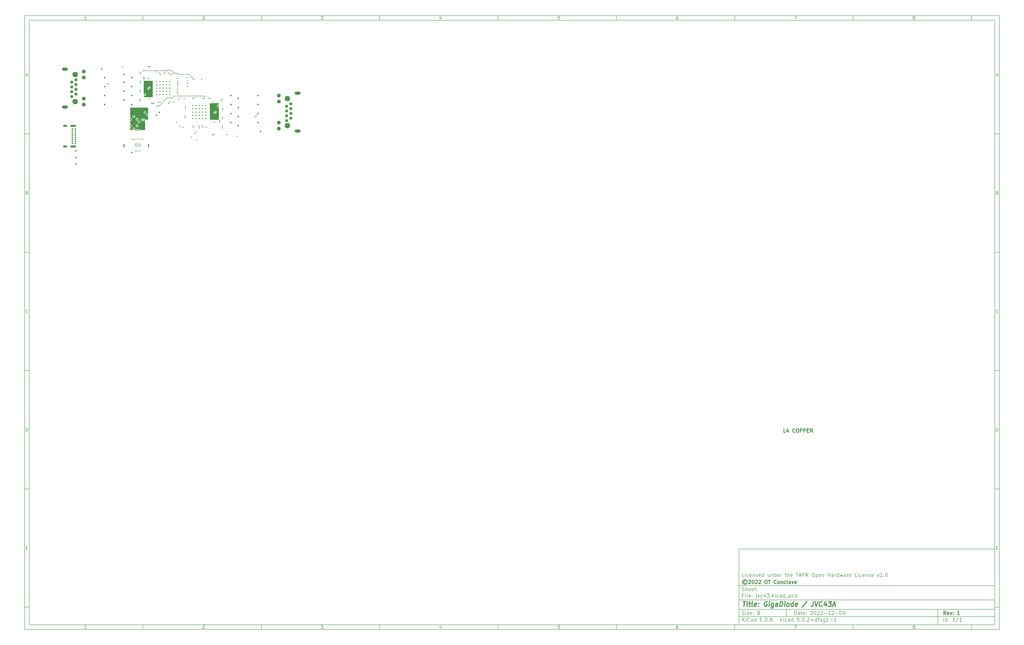
<source format=gbr>
G04 #@! TF.GenerationSoftware,KiCad,Pcbnew,5.0.2+dfsg1-1*
G04 #@! TF.CreationDate,2022-12-09T20:16:51-08:00*
G04 #@! TF.ProjectId,jvc43,6a766334-332e-46b6-9963-61645f706362,1*
G04 #@! TF.SameCoordinates,Original*
G04 #@! TF.FileFunction,Copper,L4,Inr*
G04 #@! TF.FilePolarity,Positive*
%FSLAX46Y46*%
G04 Gerber Fmt 4.6, Leading zero omitted, Abs format (unit mm)*
G04 Created by KiCad (PCBNEW 5.0.2+dfsg1-1) date Fri 09 Dec 2022 08:16:51 PM PST*
%MOMM*%
%LPD*%
G01*
G04 APERTURE LIST*
%ADD10C,0.100000*%
%ADD11C,0.150000*%
%ADD12C,0.300000*%
%ADD13C,0.400000*%
G04 #@! TA.AperFunction,NonConductor*
%ADD14C,0.300000*%
G04 #@! TD*
G04 #@! TA.AperFunction,ViaPad*
%ADD15C,1.600000*%
G04 #@! TD*
G04 #@! TA.AperFunction,ViaPad*
%ADD16C,1.295400*%
G04 #@! TD*
G04 #@! TA.AperFunction,ViaPad*
%ADD17O,2.500000X1.300000*%
G04 #@! TD*
G04 #@! TA.AperFunction,WasherPad*
%ADD18C,2.300000*%
G04 #@! TD*
G04 #@! TA.AperFunction,ViaPad*
%ADD19C,0.500000*%
G04 #@! TD*
G04 #@! TA.AperFunction,ViaPad*
%ADD20O,1.700000X0.900000*%
G04 #@! TD*
G04 #@! TA.AperFunction,ViaPad*
%ADD21O,2.400000X0.900000*%
G04 #@! TD*
G04 #@! TA.AperFunction,ViaPad*
%ADD22C,0.650000*%
G04 #@! TD*
G04 #@! TA.AperFunction,ViaPad*
%ADD23C,0.457200*%
G04 #@! TD*
G04 #@! TA.AperFunction,ViaPad*
%ADD24C,0.635000*%
G04 #@! TD*
G04 #@! TA.AperFunction,Conductor*
%ADD25C,0.203200*%
G04 #@! TD*
G04 #@! TA.AperFunction,Conductor*
%ADD26C,0.254000*%
G04 #@! TD*
G04 APERTURE END LIST*
D10*
D11*
X311800000Y-235400000D02*
X311800000Y-267400000D01*
X419800000Y-267400000D01*
X419800000Y-235400000D01*
X311800000Y-235400000D01*
D10*
D11*
X10000000Y-10000000D02*
X10000000Y-269400000D01*
X421800000Y-269400000D01*
X421800000Y-10000000D01*
X10000000Y-10000000D01*
D10*
D11*
X12000000Y-12000000D02*
X12000000Y-267400000D01*
X419800000Y-267400000D01*
X419800000Y-12000000D01*
X12000000Y-12000000D01*
D10*
D11*
X60000000Y-12000000D02*
X60000000Y-10000000D01*
D10*
D11*
X110000000Y-12000000D02*
X110000000Y-10000000D01*
D10*
D11*
X160000000Y-12000000D02*
X160000000Y-10000000D01*
D10*
D11*
X210000000Y-12000000D02*
X210000000Y-10000000D01*
D10*
D11*
X260000000Y-12000000D02*
X260000000Y-10000000D01*
D10*
D11*
X310000000Y-12000000D02*
X310000000Y-10000000D01*
D10*
D11*
X360000000Y-12000000D02*
X360000000Y-10000000D01*
D10*
D11*
X410000000Y-12000000D02*
X410000000Y-10000000D01*
D10*
D11*
X36065476Y-11588095D02*
X35322619Y-11588095D01*
X35694047Y-11588095D02*
X35694047Y-10288095D01*
X35570238Y-10473809D01*
X35446428Y-10597619D01*
X35322619Y-10659523D01*
D10*
D11*
X85322619Y-10411904D02*
X85384523Y-10350000D01*
X85508333Y-10288095D01*
X85817857Y-10288095D01*
X85941666Y-10350000D01*
X86003571Y-10411904D01*
X86065476Y-10535714D01*
X86065476Y-10659523D01*
X86003571Y-10845238D01*
X85260714Y-11588095D01*
X86065476Y-11588095D01*
D10*
D11*
X135260714Y-10288095D02*
X136065476Y-10288095D01*
X135632142Y-10783333D01*
X135817857Y-10783333D01*
X135941666Y-10845238D01*
X136003571Y-10907142D01*
X136065476Y-11030952D01*
X136065476Y-11340476D01*
X136003571Y-11464285D01*
X135941666Y-11526190D01*
X135817857Y-11588095D01*
X135446428Y-11588095D01*
X135322619Y-11526190D01*
X135260714Y-11464285D01*
D10*
D11*
X185941666Y-10721428D02*
X185941666Y-11588095D01*
X185632142Y-10226190D02*
X185322619Y-11154761D01*
X186127380Y-11154761D01*
D10*
D11*
X236003571Y-10288095D02*
X235384523Y-10288095D01*
X235322619Y-10907142D01*
X235384523Y-10845238D01*
X235508333Y-10783333D01*
X235817857Y-10783333D01*
X235941666Y-10845238D01*
X236003571Y-10907142D01*
X236065476Y-11030952D01*
X236065476Y-11340476D01*
X236003571Y-11464285D01*
X235941666Y-11526190D01*
X235817857Y-11588095D01*
X235508333Y-11588095D01*
X235384523Y-11526190D01*
X235322619Y-11464285D01*
D10*
D11*
X285941666Y-10288095D02*
X285694047Y-10288095D01*
X285570238Y-10350000D01*
X285508333Y-10411904D01*
X285384523Y-10597619D01*
X285322619Y-10845238D01*
X285322619Y-11340476D01*
X285384523Y-11464285D01*
X285446428Y-11526190D01*
X285570238Y-11588095D01*
X285817857Y-11588095D01*
X285941666Y-11526190D01*
X286003571Y-11464285D01*
X286065476Y-11340476D01*
X286065476Y-11030952D01*
X286003571Y-10907142D01*
X285941666Y-10845238D01*
X285817857Y-10783333D01*
X285570238Y-10783333D01*
X285446428Y-10845238D01*
X285384523Y-10907142D01*
X285322619Y-11030952D01*
D10*
D11*
X335260714Y-10288095D02*
X336127380Y-10288095D01*
X335570238Y-11588095D01*
D10*
D11*
X385570238Y-10845238D02*
X385446428Y-10783333D01*
X385384523Y-10721428D01*
X385322619Y-10597619D01*
X385322619Y-10535714D01*
X385384523Y-10411904D01*
X385446428Y-10350000D01*
X385570238Y-10288095D01*
X385817857Y-10288095D01*
X385941666Y-10350000D01*
X386003571Y-10411904D01*
X386065476Y-10535714D01*
X386065476Y-10597619D01*
X386003571Y-10721428D01*
X385941666Y-10783333D01*
X385817857Y-10845238D01*
X385570238Y-10845238D01*
X385446428Y-10907142D01*
X385384523Y-10969047D01*
X385322619Y-11092857D01*
X385322619Y-11340476D01*
X385384523Y-11464285D01*
X385446428Y-11526190D01*
X385570238Y-11588095D01*
X385817857Y-11588095D01*
X385941666Y-11526190D01*
X386003571Y-11464285D01*
X386065476Y-11340476D01*
X386065476Y-11092857D01*
X386003571Y-10969047D01*
X385941666Y-10907142D01*
X385817857Y-10845238D01*
D10*
D11*
X60000000Y-267400000D02*
X60000000Y-269400000D01*
D10*
D11*
X110000000Y-267400000D02*
X110000000Y-269400000D01*
D10*
D11*
X160000000Y-267400000D02*
X160000000Y-269400000D01*
D10*
D11*
X210000000Y-267400000D02*
X210000000Y-269400000D01*
D10*
D11*
X260000000Y-267400000D02*
X260000000Y-269400000D01*
D10*
D11*
X310000000Y-267400000D02*
X310000000Y-269400000D01*
D10*
D11*
X360000000Y-267400000D02*
X360000000Y-269400000D01*
D10*
D11*
X410000000Y-267400000D02*
X410000000Y-269400000D01*
D10*
D11*
X36065476Y-268988095D02*
X35322619Y-268988095D01*
X35694047Y-268988095D02*
X35694047Y-267688095D01*
X35570238Y-267873809D01*
X35446428Y-267997619D01*
X35322619Y-268059523D01*
D10*
D11*
X85322619Y-267811904D02*
X85384523Y-267750000D01*
X85508333Y-267688095D01*
X85817857Y-267688095D01*
X85941666Y-267750000D01*
X86003571Y-267811904D01*
X86065476Y-267935714D01*
X86065476Y-268059523D01*
X86003571Y-268245238D01*
X85260714Y-268988095D01*
X86065476Y-268988095D01*
D10*
D11*
X135260714Y-267688095D02*
X136065476Y-267688095D01*
X135632142Y-268183333D01*
X135817857Y-268183333D01*
X135941666Y-268245238D01*
X136003571Y-268307142D01*
X136065476Y-268430952D01*
X136065476Y-268740476D01*
X136003571Y-268864285D01*
X135941666Y-268926190D01*
X135817857Y-268988095D01*
X135446428Y-268988095D01*
X135322619Y-268926190D01*
X135260714Y-268864285D01*
D10*
D11*
X185941666Y-268121428D02*
X185941666Y-268988095D01*
X185632142Y-267626190D02*
X185322619Y-268554761D01*
X186127380Y-268554761D01*
D10*
D11*
X236003571Y-267688095D02*
X235384523Y-267688095D01*
X235322619Y-268307142D01*
X235384523Y-268245238D01*
X235508333Y-268183333D01*
X235817857Y-268183333D01*
X235941666Y-268245238D01*
X236003571Y-268307142D01*
X236065476Y-268430952D01*
X236065476Y-268740476D01*
X236003571Y-268864285D01*
X235941666Y-268926190D01*
X235817857Y-268988095D01*
X235508333Y-268988095D01*
X235384523Y-268926190D01*
X235322619Y-268864285D01*
D10*
D11*
X285941666Y-267688095D02*
X285694047Y-267688095D01*
X285570238Y-267750000D01*
X285508333Y-267811904D01*
X285384523Y-267997619D01*
X285322619Y-268245238D01*
X285322619Y-268740476D01*
X285384523Y-268864285D01*
X285446428Y-268926190D01*
X285570238Y-268988095D01*
X285817857Y-268988095D01*
X285941666Y-268926190D01*
X286003571Y-268864285D01*
X286065476Y-268740476D01*
X286065476Y-268430952D01*
X286003571Y-268307142D01*
X285941666Y-268245238D01*
X285817857Y-268183333D01*
X285570238Y-268183333D01*
X285446428Y-268245238D01*
X285384523Y-268307142D01*
X285322619Y-268430952D01*
D10*
D11*
X335260714Y-267688095D02*
X336127380Y-267688095D01*
X335570238Y-268988095D01*
D10*
D11*
X385570238Y-268245238D02*
X385446428Y-268183333D01*
X385384523Y-268121428D01*
X385322619Y-267997619D01*
X385322619Y-267935714D01*
X385384523Y-267811904D01*
X385446428Y-267750000D01*
X385570238Y-267688095D01*
X385817857Y-267688095D01*
X385941666Y-267750000D01*
X386003571Y-267811904D01*
X386065476Y-267935714D01*
X386065476Y-267997619D01*
X386003571Y-268121428D01*
X385941666Y-268183333D01*
X385817857Y-268245238D01*
X385570238Y-268245238D01*
X385446428Y-268307142D01*
X385384523Y-268369047D01*
X385322619Y-268492857D01*
X385322619Y-268740476D01*
X385384523Y-268864285D01*
X385446428Y-268926190D01*
X385570238Y-268988095D01*
X385817857Y-268988095D01*
X385941666Y-268926190D01*
X386003571Y-268864285D01*
X386065476Y-268740476D01*
X386065476Y-268492857D01*
X386003571Y-268369047D01*
X385941666Y-268307142D01*
X385817857Y-268245238D01*
D10*
D11*
X10000000Y-60000000D02*
X12000000Y-60000000D01*
D10*
D11*
X10000000Y-110000000D02*
X12000000Y-110000000D01*
D10*
D11*
X10000000Y-160000000D02*
X12000000Y-160000000D01*
D10*
D11*
X10000000Y-210000000D02*
X12000000Y-210000000D01*
D10*
D11*
X10000000Y-260000000D02*
X12000000Y-260000000D01*
D10*
D11*
X10690476Y-35216666D02*
X11309523Y-35216666D01*
X10566666Y-35588095D02*
X11000000Y-34288095D01*
X11433333Y-35588095D01*
D10*
D11*
X11092857Y-84907142D02*
X11278571Y-84969047D01*
X11340476Y-85030952D01*
X11402380Y-85154761D01*
X11402380Y-85340476D01*
X11340476Y-85464285D01*
X11278571Y-85526190D01*
X11154761Y-85588095D01*
X10659523Y-85588095D01*
X10659523Y-84288095D01*
X11092857Y-84288095D01*
X11216666Y-84350000D01*
X11278571Y-84411904D01*
X11340476Y-84535714D01*
X11340476Y-84659523D01*
X11278571Y-84783333D01*
X11216666Y-84845238D01*
X11092857Y-84907142D01*
X10659523Y-84907142D01*
D10*
D11*
X11402380Y-135464285D02*
X11340476Y-135526190D01*
X11154761Y-135588095D01*
X11030952Y-135588095D01*
X10845238Y-135526190D01*
X10721428Y-135402380D01*
X10659523Y-135278571D01*
X10597619Y-135030952D01*
X10597619Y-134845238D01*
X10659523Y-134597619D01*
X10721428Y-134473809D01*
X10845238Y-134350000D01*
X11030952Y-134288095D01*
X11154761Y-134288095D01*
X11340476Y-134350000D01*
X11402380Y-134411904D01*
D10*
D11*
X10659523Y-185588095D02*
X10659523Y-184288095D01*
X10969047Y-184288095D01*
X11154761Y-184350000D01*
X11278571Y-184473809D01*
X11340476Y-184597619D01*
X11402380Y-184845238D01*
X11402380Y-185030952D01*
X11340476Y-185278571D01*
X11278571Y-185402380D01*
X11154761Y-185526190D01*
X10969047Y-185588095D01*
X10659523Y-185588095D01*
D10*
D11*
X10721428Y-234907142D02*
X11154761Y-234907142D01*
X11340476Y-235588095D02*
X10721428Y-235588095D01*
X10721428Y-234288095D01*
X11340476Y-234288095D01*
D10*
D11*
X421800000Y-60000000D02*
X419800000Y-60000000D01*
D10*
D11*
X421800000Y-110000000D02*
X419800000Y-110000000D01*
D10*
D11*
X421800000Y-160000000D02*
X419800000Y-160000000D01*
D10*
D11*
X421800000Y-210000000D02*
X419800000Y-210000000D01*
D10*
D11*
X421800000Y-260000000D02*
X419800000Y-260000000D01*
D10*
D11*
X420490476Y-35216666D02*
X421109523Y-35216666D01*
X420366666Y-35588095D02*
X420800000Y-34288095D01*
X421233333Y-35588095D01*
D10*
D11*
X420892857Y-84907142D02*
X421078571Y-84969047D01*
X421140476Y-85030952D01*
X421202380Y-85154761D01*
X421202380Y-85340476D01*
X421140476Y-85464285D01*
X421078571Y-85526190D01*
X420954761Y-85588095D01*
X420459523Y-85588095D01*
X420459523Y-84288095D01*
X420892857Y-84288095D01*
X421016666Y-84350000D01*
X421078571Y-84411904D01*
X421140476Y-84535714D01*
X421140476Y-84659523D01*
X421078571Y-84783333D01*
X421016666Y-84845238D01*
X420892857Y-84907142D01*
X420459523Y-84907142D01*
D10*
D11*
X421202380Y-135464285D02*
X421140476Y-135526190D01*
X420954761Y-135588095D01*
X420830952Y-135588095D01*
X420645238Y-135526190D01*
X420521428Y-135402380D01*
X420459523Y-135278571D01*
X420397619Y-135030952D01*
X420397619Y-134845238D01*
X420459523Y-134597619D01*
X420521428Y-134473809D01*
X420645238Y-134350000D01*
X420830952Y-134288095D01*
X420954761Y-134288095D01*
X421140476Y-134350000D01*
X421202380Y-134411904D01*
D10*
D11*
X420459523Y-185588095D02*
X420459523Y-184288095D01*
X420769047Y-184288095D01*
X420954761Y-184350000D01*
X421078571Y-184473809D01*
X421140476Y-184597619D01*
X421202380Y-184845238D01*
X421202380Y-185030952D01*
X421140476Y-185278571D01*
X421078571Y-185402380D01*
X420954761Y-185526190D01*
X420769047Y-185588095D01*
X420459523Y-185588095D01*
D10*
D11*
X420521428Y-234907142D02*
X420954761Y-234907142D01*
X421140476Y-235588095D02*
X420521428Y-235588095D01*
X420521428Y-234288095D01*
X421140476Y-234288095D01*
D10*
D11*
X335232142Y-263178571D02*
X335232142Y-261678571D01*
X335589285Y-261678571D01*
X335803571Y-261750000D01*
X335946428Y-261892857D01*
X336017857Y-262035714D01*
X336089285Y-262321428D01*
X336089285Y-262535714D01*
X336017857Y-262821428D01*
X335946428Y-262964285D01*
X335803571Y-263107142D01*
X335589285Y-263178571D01*
X335232142Y-263178571D01*
X337375000Y-263178571D02*
X337375000Y-262392857D01*
X337303571Y-262250000D01*
X337160714Y-262178571D01*
X336875000Y-262178571D01*
X336732142Y-262250000D01*
X337375000Y-263107142D02*
X337232142Y-263178571D01*
X336875000Y-263178571D01*
X336732142Y-263107142D01*
X336660714Y-262964285D01*
X336660714Y-262821428D01*
X336732142Y-262678571D01*
X336875000Y-262607142D01*
X337232142Y-262607142D01*
X337375000Y-262535714D01*
X337875000Y-262178571D02*
X338446428Y-262178571D01*
X338089285Y-261678571D02*
X338089285Y-262964285D01*
X338160714Y-263107142D01*
X338303571Y-263178571D01*
X338446428Y-263178571D01*
X339517857Y-263107142D02*
X339375000Y-263178571D01*
X339089285Y-263178571D01*
X338946428Y-263107142D01*
X338875000Y-262964285D01*
X338875000Y-262392857D01*
X338946428Y-262250000D01*
X339089285Y-262178571D01*
X339375000Y-262178571D01*
X339517857Y-262250000D01*
X339589285Y-262392857D01*
X339589285Y-262535714D01*
X338875000Y-262678571D01*
X340232142Y-263035714D02*
X340303571Y-263107142D01*
X340232142Y-263178571D01*
X340160714Y-263107142D01*
X340232142Y-263035714D01*
X340232142Y-263178571D01*
X340232142Y-262250000D02*
X340303571Y-262321428D01*
X340232142Y-262392857D01*
X340160714Y-262321428D01*
X340232142Y-262250000D01*
X340232142Y-262392857D01*
X342017857Y-261821428D02*
X342089285Y-261750000D01*
X342232142Y-261678571D01*
X342589285Y-261678571D01*
X342732142Y-261750000D01*
X342803571Y-261821428D01*
X342875000Y-261964285D01*
X342875000Y-262107142D01*
X342803571Y-262321428D01*
X341946428Y-263178571D01*
X342875000Y-263178571D01*
X343803571Y-261678571D02*
X343946428Y-261678571D01*
X344089285Y-261750000D01*
X344160714Y-261821428D01*
X344232142Y-261964285D01*
X344303571Y-262250000D01*
X344303571Y-262607142D01*
X344232142Y-262892857D01*
X344160714Y-263035714D01*
X344089285Y-263107142D01*
X343946428Y-263178571D01*
X343803571Y-263178571D01*
X343660714Y-263107142D01*
X343589285Y-263035714D01*
X343517857Y-262892857D01*
X343446428Y-262607142D01*
X343446428Y-262250000D01*
X343517857Y-261964285D01*
X343589285Y-261821428D01*
X343660714Y-261750000D01*
X343803571Y-261678571D01*
X344875000Y-261821428D02*
X344946428Y-261750000D01*
X345089285Y-261678571D01*
X345446428Y-261678571D01*
X345589285Y-261750000D01*
X345660714Y-261821428D01*
X345732142Y-261964285D01*
X345732142Y-262107142D01*
X345660714Y-262321428D01*
X344803571Y-263178571D01*
X345732142Y-263178571D01*
X346303571Y-261821428D02*
X346375000Y-261750000D01*
X346517857Y-261678571D01*
X346875000Y-261678571D01*
X347017857Y-261750000D01*
X347089285Y-261821428D01*
X347160714Y-261964285D01*
X347160714Y-262107142D01*
X347089285Y-262321428D01*
X346232142Y-263178571D01*
X347160714Y-263178571D01*
X347803571Y-262607142D02*
X348946428Y-262607142D01*
X350446428Y-263178571D02*
X349589285Y-263178571D01*
X350017857Y-263178571D02*
X350017857Y-261678571D01*
X349875000Y-261892857D01*
X349732142Y-262035714D01*
X349589285Y-262107142D01*
X351017857Y-261821428D02*
X351089285Y-261750000D01*
X351232142Y-261678571D01*
X351589285Y-261678571D01*
X351732142Y-261750000D01*
X351803571Y-261821428D01*
X351875000Y-261964285D01*
X351875000Y-262107142D01*
X351803571Y-262321428D01*
X350946428Y-263178571D01*
X351875000Y-263178571D01*
X352517857Y-262607142D02*
X353660714Y-262607142D01*
X354660714Y-261678571D02*
X354803571Y-261678571D01*
X354946428Y-261750000D01*
X355017857Y-261821428D01*
X355089285Y-261964285D01*
X355160714Y-262250000D01*
X355160714Y-262607142D01*
X355089285Y-262892857D01*
X355017857Y-263035714D01*
X354946428Y-263107142D01*
X354803571Y-263178571D01*
X354660714Y-263178571D01*
X354517857Y-263107142D01*
X354446428Y-263035714D01*
X354375000Y-262892857D01*
X354303571Y-262607142D01*
X354303571Y-262250000D01*
X354375000Y-261964285D01*
X354446428Y-261821428D01*
X354517857Y-261750000D01*
X354660714Y-261678571D01*
X355875000Y-263178571D02*
X356160714Y-263178571D01*
X356303571Y-263107142D01*
X356375000Y-263035714D01*
X356517857Y-262821428D01*
X356589285Y-262535714D01*
X356589285Y-261964285D01*
X356517857Y-261821428D01*
X356446428Y-261750000D01*
X356303571Y-261678571D01*
X356017857Y-261678571D01*
X355875000Y-261750000D01*
X355803571Y-261821428D01*
X355732142Y-261964285D01*
X355732142Y-262321428D01*
X355803571Y-262464285D01*
X355875000Y-262535714D01*
X356017857Y-262607142D01*
X356303571Y-262607142D01*
X356446428Y-262535714D01*
X356517857Y-262464285D01*
X356589285Y-262321428D01*
D10*
D11*
X311800000Y-263900000D02*
X419800000Y-263900000D01*
D10*
D11*
X313232142Y-265978571D02*
X313232142Y-264478571D01*
X314089285Y-265978571D02*
X313446428Y-265121428D01*
X314089285Y-264478571D02*
X313232142Y-265335714D01*
X314732142Y-265978571D02*
X314732142Y-264978571D01*
X314732142Y-264478571D02*
X314660714Y-264550000D01*
X314732142Y-264621428D01*
X314803571Y-264550000D01*
X314732142Y-264478571D01*
X314732142Y-264621428D01*
X316303571Y-265835714D02*
X316232142Y-265907142D01*
X316017857Y-265978571D01*
X315875000Y-265978571D01*
X315660714Y-265907142D01*
X315517857Y-265764285D01*
X315446428Y-265621428D01*
X315375000Y-265335714D01*
X315375000Y-265121428D01*
X315446428Y-264835714D01*
X315517857Y-264692857D01*
X315660714Y-264550000D01*
X315875000Y-264478571D01*
X316017857Y-264478571D01*
X316232142Y-264550000D01*
X316303571Y-264621428D01*
X317589285Y-265978571D02*
X317589285Y-265192857D01*
X317517857Y-265050000D01*
X317375000Y-264978571D01*
X317089285Y-264978571D01*
X316946428Y-265050000D01*
X317589285Y-265907142D02*
X317446428Y-265978571D01*
X317089285Y-265978571D01*
X316946428Y-265907142D01*
X316875000Y-265764285D01*
X316875000Y-265621428D01*
X316946428Y-265478571D01*
X317089285Y-265407142D01*
X317446428Y-265407142D01*
X317589285Y-265335714D01*
X318946428Y-265978571D02*
X318946428Y-264478571D01*
X318946428Y-265907142D02*
X318803571Y-265978571D01*
X318517857Y-265978571D01*
X318375000Y-265907142D01*
X318303571Y-265835714D01*
X318232142Y-265692857D01*
X318232142Y-265264285D01*
X318303571Y-265121428D01*
X318375000Y-265050000D01*
X318517857Y-264978571D01*
X318803571Y-264978571D01*
X318946428Y-265050000D01*
X320803571Y-265192857D02*
X321303571Y-265192857D01*
X321517857Y-265978571D02*
X320803571Y-265978571D01*
X320803571Y-264478571D01*
X321517857Y-264478571D01*
X322160714Y-265835714D02*
X322232142Y-265907142D01*
X322160714Y-265978571D01*
X322089285Y-265907142D01*
X322160714Y-265835714D01*
X322160714Y-265978571D01*
X322875000Y-265978571D02*
X322875000Y-264478571D01*
X323232142Y-264478571D01*
X323446428Y-264550000D01*
X323589285Y-264692857D01*
X323660714Y-264835714D01*
X323732142Y-265121428D01*
X323732142Y-265335714D01*
X323660714Y-265621428D01*
X323589285Y-265764285D01*
X323446428Y-265907142D01*
X323232142Y-265978571D01*
X322875000Y-265978571D01*
X324375000Y-265835714D02*
X324446428Y-265907142D01*
X324375000Y-265978571D01*
X324303571Y-265907142D01*
X324375000Y-265835714D01*
X324375000Y-265978571D01*
X325017857Y-265550000D02*
X325732142Y-265550000D01*
X324875000Y-265978571D02*
X325375000Y-264478571D01*
X325875000Y-265978571D01*
X326375000Y-265835714D02*
X326446428Y-265907142D01*
X326375000Y-265978571D01*
X326303571Y-265907142D01*
X326375000Y-265835714D01*
X326375000Y-265978571D01*
X329375000Y-265978571D02*
X329375000Y-264478571D01*
X329517857Y-265407142D02*
X329946428Y-265978571D01*
X329946428Y-264978571D02*
X329375000Y-265550000D01*
X330589285Y-265978571D02*
X330589285Y-264978571D01*
X330589285Y-264478571D02*
X330517857Y-264550000D01*
X330589285Y-264621428D01*
X330660714Y-264550000D01*
X330589285Y-264478571D01*
X330589285Y-264621428D01*
X331946428Y-265907142D02*
X331803571Y-265978571D01*
X331517857Y-265978571D01*
X331375000Y-265907142D01*
X331303571Y-265835714D01*
X331232142Y-265692857D01*
X331232142Y-265264285D01*
X331303571Y-265121428D01*
X331375000Y-265050000D01*
X331517857Y-264978571D01*
X331803571Y-264978571D01*
X331946428Y-265050000D01*
X333232142Y-265978571D02*
X333232142Y-265192857D01*
X333160714Y-265050000D01*
X333017857Y-264978571D01*
X332732142Y-264978571D01*
X332589285Y-265050000D01*
X333232142Y-265907142D02*
X333089285Y-265978571D01*
X332732142Y-265978571D01*
X332589285Y-265907142D01*
X332517857Y-265764285D01*
X332517857Y-265621428D01*
X332589285Y-265478571D01*
X332732142Y-265407142D01*
X333089285Y-265407142D01*
X333232142Y-265335714D01*
X334589285Y-265978571D02*
X334589285Y-264478571D01*
X334589285Y-265907142D02*
X334446428Y-265978571D01*
X334160714Y-265978571D01*
X334017857Y-265907142D01*
X333946428Y-265835714D01*
X333875000Y-265692857D01*
X333875000Y-265264285D01*
X333946428Y-265121428D01*
X334017857Y-265050000D01*
X334160714Y-264978571D01*
X334446428Y-264978571D01*
X334589285Y-265050000D01*
X337160714Y-264478571D02*
X336446428Y-264478571D01*
X336375000Y-265192857D01*
X336446428Y-265121428D01*
X336589285Y-265050000D01*
X336946428Y-265050000D01*
X337089285Y-265121428D01*
X337160714Y-265192857D01*
X337232142Y-265335714D01*
X337232142Y-265692857D01*
X337160714Y-265835714D01*
X337089285Y-265907142D01*
X336946428Y-265978571D01*
X336589285Y-265978571D01*
X336446428Y-265907142D01*
X336375000Y-265835714D01*
X337875000Y-265835714D02*
X337946428Y-265907142D01*
X337875000Y-265978571D01*
X337803571Y-265907142D01*
X337875000Y-265835714D01*
X337875000Y-265978571D01*
X338875000Y-264478571D02*
X339017857Y-264478571D01*
X339160714Y-264550000D01*
X339232142Y-264621428D01*
X339303571Y-264764285D01*
X339375000Y-265050000D01*
X339375000Y-265407142D01*
X339303571Y-265692857D01*
X339232142Y-265835714D01*
X339160714Y-265907142D01*
X339017857Y-265978571D01*
X338875000Y-265978571D01*
X338732142Y-265907142D01*
X338660714Y-265835714D01*
X338589285Y-265692857D01*
X338517857Y-265407142D01*
X338517857Y-265050000D01*
X338589285Y-264764285D01*
X338660714Y-264621428D01*
X338732142Y-264550000D01*
X338875000Y-264478571D01*
X340017857Y-265835714D02*
X340089285Y-265907142D01*
X340017857Y-265978571D01*
X339946428Y-265907142D01*
X340017857Y-265835714D01*
X340017857Y-265978571D01*
X340660714Y-264621428D02*
X340732142Y-264550000D01*
X340875000Y-264478571D01*
X341232142Y-264478571D01*
X341375000Y-264550000D01*
X341446428Y-264621428D01*
X341517857Y-264764285D01*
X341517857Y-264907142D01*
X341446428Y-265121428D01*
X340589285Y-265978571D01*
X341517857Y-265978571D01*
X342160714Y-265407142D02*
X343303571Y-265407142D01*
X342732142Y-265978571D02*
X342732142Y-264835714D01*
X344660714Y-265978571D02*
X344660714Y-264478571D01*
X344660714Y-265907142D02*
X344517857Y-265978571D01*
X344232142Y-265978571D01*
X344089285Y-265907142D01*
X344017857Y-265835714D01*
X343946428Y-265692857D01*
X343946428Y-265264285D01*
X344017857Y-265121428D01*
X344089285Y-265050000D01*
X344232142Y-264978571D01*
X344517857Y-264978571D01*
X344660714Y-265050000D01*
X345160714Y-264978571D02*
X345732142Y-264978571D01*
X345375000Y-265978571D02*
X345375000Y-264692857D01*
X345446428Y-264550000D01*
X345589285Y-264478571D01*
X345732142Y-264478571D01*
X346160714Y-265907142D02*
X346303571Y-265978571D01*
X346589285Y-265978571D01*
X346732142Y-265907142D01*
X346803571Y-265764285D01*
X346803571Y-265692857D01*
X346732142Y-265550000D01*
X346589285Y-265478571D01*
X346375000Y-265478571D01*
X346232142Y-265407142D01*
X346160714Y-265264285D01*
X346160714Y-265192857D01*
X346232142Y-265050000D01*
X346375000Y-264978571D01*
X346589285Y-264978571D01*
X346732142Y-265050000D01*
X348089285Y-264978571D02*
X348089285Y-266192857D01*
X348017857Y-266335714D01*
X347946428Y-266407142D01*
X347803571Y-266478571D01*
X347589285Y-266478571D01*
X347446428Y-266407142D01*
X348089285Y-265907142D02*
X347946428Y-265978571D01*
X347660714Y-265978571D01*
X347517857Y-265907142D01*
X347446428Y-265835714D01*
X347375000Y-265692857D01*
X347375000Y-265264285D01*
X347446428Y-265121428D01*
X347517857Y-265050000D01*
X347660714Y-264978571D01*
X347946428Y-264978571D01*
X348089285Y-265050000D01*
X349589285Y-265978571D02*
X348732142Y-265978571D01*
X349160714Y-265978571D02*
X349160714Y-264478571D01*
X349017857Y-264692857D01*
X348875000Y-264835714D01*
X348732142Y-264907142D01*
X350232142Y-265407142D02*
X351375000Y-265407142D01*
X352875000Y-265978571D02*
X352017857Y-265978571D01*
X352446428Y-265978571D02*
X352446428Y-264478571D01*
X352303571Y-264692857D01*
X352160714Y-264835714D01*
X352017857Y-264907142D01*
D10*
D11*
X311800000Y-260900000D02*
X419800000Y-260900000D01*
D10*
D12*
X399209285Y-263178571D02*
X398709285Y-262464285D01*
X398352142Y-263178571D02*
X398352142Y-261678571D01*
X398923571Y-261678571D01*
X399066428Y-261750000D01*
X399137857Y-261821428D01*
X399209285Y-261964285D01*
X399209285Y-262178571D01*
X399137857Y-262321428D01*
X399066428Y-262392857D01*
X398923571Y-262464285D01*
X398352142Y-262464285D01*
X400423571Y-263107142D02*
X400280714Y-263178571D01*
X399995000Y-263178571D01*
X399852142Y-263107142D01*
X399780714Y-262964285D01*
X399780714Y-262392857D01*
X399852142Y-262250000D01*
X399995000Y-262178571D01*
X400280714Y-262178571D01*
X400423571Y-262250000D01*
X400495000Y-262392857D01*
X400495000Y-262535714D01*
X399780714Y-262678571D01*
X400995000Y-262178571D02*
X401352142Y-263178571D01*
X401709285Y-262178571D01*
X402280714Y-263035714D02*
X402352142Y-263107142D01*
X402280714Y-263178571D01*
X402209285Y-263107142D01*
X402280714Y-263035714D01*
X402280714Y-263178571D01*
X402280714Y-262250000D02*
X402352142Y-262321428D01*
X402280714Y-262392857D01*
X402209285Y-262321428D01*
X402280714Y-262250000D01*
X402280714Y-262392857D01*
X404923571Y-263178571D02*
X404066428Y-263178571D01*
X404495000Y-263178571D02*
X404495000Y-261678571D01*
X404352142Y-261892857D01*
X404209285Y-262035714D01*
X404066428Y-262107142D01*
D10*
D11*
X313160714Y-263107142D02*
X313375000Y-263178571D01*
X313732142Y-263178571D01*
X313875000Y-263107142D01*
X313946428Y-263035714D01*
X314017857Y-262892857D01*
X314017857Y-262750000D01*
X313946428Y-262607142D01*
X313875000Y-262535714D01*
X313732142Y-262464285D01*
X313446428Y-262392857D01*
X313303571Y-262321428D01*
X313232142Y-262250000D01*
X313160714Y-262107142D01*
X313160714Y-261964285D01*
X313232142Y-261821428D01*
X313303571Y-261750000D01*
X313446428Y-261678571D01*
X313803571Y-261678571D01*
X314017857Y-261750000D01*
X314660714Y-263178571D02*
X314660714Y-262178571D01*
X314660714Y-261678571D02*
X314589285Y-261750000D01*
X314660714Y-261821428D01*
X314732142Y-261750000D01*
X314660714Y-261678571D01*
X314660714Y-261821428D01*
X315232142Y-262178571D02*
X316017857Y-262178571D01*
X315232142Y-263178571D01*
X316017857Y-263178571D01*
X317160714Y-263107142D02*
X317017857Y-263178571D01*
X316732142Y-263178571D01*
X316589285Y-263107142D01*
X316517857Y-262964285D01*
X316517857Y-262392857D01*
X316589285Y-262250000D01*
X316732142Y-262178571D01*
X317017857Y-262178571D01*
X317160714Y-262250000D01*
X317232142Y-262392857D01*
X317232142Y-262535714D01*
X316517857Y-262678571D01*
X317875000Y-263035714D02*
X317946428Y-263107142D01*
X317875000Y-263178571D01*
X317803571Y-263107142D01*
X317875000Y-263035714D01*
X317875000Y-263178571D01*
X317875000Y-262250000D02*
X317946428Y-262321428D01*
X317875000Y-262392857D01*
X317803571Y-262321428D01*
X317875000Y-262250000D01*
X317875000Y-262392857D01*
X320232142Y-262392857D02*
X320446428Y-262464285D01*
X320517857Y-262535714D01*
X320589285Y-262678571D01*
X320589285Y-262892857D01*
X320517857Y-263035714D01*
X320446428Y-263107142D01*
X320303571Y-263178571D01*
X319732142Y-263178571D01*
X319732142Y-261678571D01*
X320232142Y-261678571D01*
X320375000Y-261750000D01*
X320446428Y-261821428D01*
X320517857Y-261964285D01*
X320517857Y-262107142D01*
X320446428Y-262250000D01*
X320375000Y-262321428D01*
X320232142Y-262392857D01*
X319732142Y-262392857D01*
D10*
D11*
X398232142Y-265978571D02*
X398232142Y-264478571D01*
X399589285Y-265978571D02*
X399589285Y-264478571D01*
X399589285Y-265907142D02*
X399446428Y-265978571D01*
X399160714Y-265978571D01*
X399017857Y-265907142D01*
X398946428Y-265835714D01*
X398875000Y-265692857D01*
X398875000Y-265264285D01*
X398946428Y-265121428D01*
X399017857Y-265050000D01*
X399160714Y-264978571D01*
X399446428Y-264978571D01*
X399589285Y-265050000D01*
X400303571Y-265835714D02*
X400375000Y-265907142D01*
X400303571Y-265978571D01*
X400232142Y-265907142D01*
X400303571Y-265835714D01*
X400303571Y-265978571D01*
X400303571Y-265050000D02*
X400375000Y-265121428D01*
X400303571Y-265192857D01*
X400232142Y-265121428D01*
X400303571Y-265050000D01*
X400303571Y-265192857D01*
X402946428Y-265978571D02*
X402089285Y-265978571D01*
X402517857Y-265978571D02*
X402517857Y-264478571D01*
X402375000Y-264692857D01*
X402232142Y-264835714D01*
X402089285Y-264907142D01*
X404660714Y-264407142D02*
X403375000Y-266335714D01*
X405946428Y-265978571D02*
X405089285Y-265978571D01*
X405517857Y-265978571D02*
X405517857Y-264478571D01*
X405375000Y-264692857D01*
X405232142Y-264835714D01*
X405089285Y-264907142D01*
D10*
D11*
X311800000Y-256900000D02*
X419800000Y-256900000D01*
D10*
D13*
X313512380Y-257604761D02*
X314655238Y-257604761D01*
X313833809Y-259604761D02*
X314083809Y-257604761D01*
X315071904Y-259604761D02*
X315238571Y-258271428D01*
X315321904Y-257604761D02*
X315214761Y-257700000D01*
X315298095Y-257795238D01*
X315405238Y-257700000D01*
X315321904Y-257604761D01*
X315298095Y-257795238D01*
X315905238Y-258271428D02*
X316667142Y-258271428D01*
X316274285Y-257604761D02*
X316060000Y-259319047D01*
X316131428Y-259509523D01*
X316310000Y-259604761D01*
X316500476Y-259604761D01*
X317452857Y-259604761D02*
X317274285Y-259509523D01*
X317202857Y-259319047D01*
X317417142Y-257604761D01*
X318988571Y-259509523D02*
X318786190Y-259604761D01*
X318405238Y-259604761D01*
X318226666Y-259509523D01*
X318155238Y-259319047D01*
X318250476Y-258557142D01*
X318369523Y-258366666D01*
X318571904Y-258271428D01*
X318952857Y-258271428D01*
X319131428Y-258366666D01*
X319202857Y-258557142D01*
X319179047Y-258747619D01*
X318202857Y-258938095D01*
X319952857Y-259414285D02*
X320036190Y-259509523D01*
X319929047Y-259604761D01*
X319845714Y-259509523D01*
X319952857Y-259414285D01*
X319929047Y-259604761D01*
X320083809Y-258366666D02*
X320167142Y-258461904D01*
X320060000Y-258557142D01*
X319976666Y-258461904D01*
X320083809Y-258366666D01*
X320060000Y-258557142D01*
X323690952Y-257700000D02*
X323512380Y-257604761D01*
X323226666Y-257604761D01*
X322929047Y-257700000D01*
X322714761Y-257890476D01*
X322595714Y-258080952D01*
X322452857Y-258461904D01*
X322417142Y-258747619D01*
X322464761Y-259128571D01*
X322536190Y-259319047D01*
X322702857Y-259509523D01*
X322976666Y-259604761D01*
X323167142Y-259604761D01*
X323464761Y-259509523D01*
X323571904Y-259414285D01*
X323655238Y-258747619D01*
X323274285Y-258747619D01*
X324405238Y-259604761D02*
X324571904Y-258271428D01*
X324655238Y-257604761D02*
X324548095Y-257700000D01*
X324631428Y-257795238D01*
X324738571Y-257700000D01*
X324655238Y-257604761D01*
X324631428Y-257795238D01*
X326381428Y-258271428D02*
X326179047Y-259890476D01*
X326060000Y-260080952D01*
X325952857Y-260176190D01*
X325750476Y-260271428D01*
X325464761Y-260271428D01*
X325286190Y-260176190D01*
X326226666Y-259509523D02*
X326024285Y-259604761D01*
X325643333Y-259604761D01*
X325464761Y-259509523D01*
X325381428Y-259414285D01*
X325310000Y-259223809D01*
X325381428Y-258652380D01*
X325500476Y-258461904D01*
X325607619Y-258366666D01*
X325810000Y-258271428D01*
X326190952Y-258271428D01*
X326369523Y-258366666D01*
X328024285Y-259604761D02*
X328155238Y-258557142D01*
X328083809Y-258366666D01*
X327905238Y-258271428D01*
X327524285Y-258271428D01*
X327321904Y-258366666D01*
X328036190Y-259509523D02*
X327833809Y-259604761D01*
X327357619Y-259604761D01*
X327179047Y-259509523D01*
X327107619Y-259319047D01*
X327131428Y-259128571D01*
X327250476Y-258938095D01*
X327452857Y-258842857D01*
X327929047Y-258842857D01*
X328131428Y-258747619D01*
X328976666Y-259604761D02*
X329226666Y-257604761D01*
X329702857Y-257604761D01*
X329976666Y-257700000D01*
X330143333Y-257890476D01*
X330214761Y-258080952D01*
X330262380Y-258461904D01*
X330226666Y-258747619D01*
X330083809Y-259128571D01*
X329964761Y-259319047D01*
X329750476Y-259509523D01*
X329452857Y-259604761D01*
X328976666Y-259604761D01*
X330976666Y-259604761D02*
X331143333Y-258271428D01*
X331226666Y-257604761D02*
X331119523Y-257700000D01*
X331202857Y-257795238D01*
X331310000Y-257700000D01*
X331226666Y-257604761D01*
X331202857Y-257795238D01*
X332214761Y-259604761D02*
X332036190Y-259509523D01*
X331952857Y-259414285D01*
X331881428Y-259223809D01*
X331952857Y-258652380D01*
X332071904Y-258461904D01*
X332179047Y-258366666D01*
X332381428Y-258271428D01*
X332667142Y-258271428D01*
X332845714Y-258366666D01*
X332929047Y-258461904D01*
X333000476Y-258652380D01*
X332929047Y-259223809D01*
X332810000Y-259414285D01*
X332702857Y-259509523D01*
X332500476Y-259604761D01*
X332214761Y-259604761D01*
X334595714Y-259604761D02*
X334845714Y-257604761D01*
X334607619Y-259509523D02*
X334405238Y-259604761D01*
X334024285Y-259604761D01*
X333845714Y-259509523D01*
X333762380Y-259414285D01*
X333690952Y-259223809D01*
X333762380Y-258652380D01*
X333881428Y-258461904D01*
X333988571Y-258366666D01*
X334190952Y-258271428D01*
X334571904Y-258271428D01*
X334750476Y-258366666D01*
X336321904Y-259509523D02*
X336119523Y-259604761D01*
X335738571Y-259604761D01*
X335560000Y-259509523D01*
X335488571Y-259319047D01*
X335583809Y-258557142D01*
X335702857Y-258366666D01*
X335905238Y-258271428D01*
X336286190Y-258271428D01*
X336464761Y-258366666D01*
X336536190Y-258557142D01*
X336512380Y-258747619D01*
X335536190Y-258938095D01*
X340476666Y-257509523D02*
X338440952Y-260080952D01*
X343226666Y-257604761D02*
X343048095Y-259033333D01*
X342917142Y-259319047D01*
X342702857Y-259509523D01*
X342405238Y-259604761D01*
X342214761Y-259604761D01*
X343893333Y-257604761D02*
X344310000Y-259604761D01*
X345226666Y-257604761D01*
X346810000Y-259414285D02*
X346702857Y-259509523D01*
X346405238Y-259604761D01*
X346214761Y-259604761D01*
X345940952Y-259509523D01*
X345774285Y-259319047D01*
X345702857Y-259128571D01*
X345655238Y-258747619D01*
X345690952Y-258461904D01*
X345833809Y-258080952D01*
X345952857Y-257890476D01*
X346167142Y-257700000D01*
X346464761Y-257604761D01*
X346655238Y-257604761D01*
X346929047Y-257700000D01*
X347012380Y-257795238D01*
X348667142Y-258271428D02*
X348500476Y-259604761D01*
X348286190Y-257509523D02*
X347631428Y-258938095D01*
X348869523Y-258938095D01*
X349607619Y-257604761D02*
X350845714Y-257604761D01*
X350083809Y-258366666D01*
X350369523Y-258366666D01*
X350548095Y-258461904D01*
X350631428Y-258557142D01*
X350702857Y-258747619D01*
X350643333Y-259223809D01*
X350524285Y-259414285D01*
X350417142Y-259509523D01*
X350214761Y-259604761D01*
X349643333Y-259604761D01*
X349464761Y-259509523D01*
X349381428Y-259414285D01*
X351429047Y-259033333D02*
X352381428Y-259033333D01*
X351167142Y-259604761D02*
X352083809Y-257604761D01*
X352500476Y-259604761D01*
D10*
D11*
X313732142Y-254992857D02*
X313232142Y-254992857D01*
X313232142Y-255778571D02*
X313232142Y-254278571D01*
X313946428Y-254278571D01*
X314517857Y-255778571D02*
X314517857Y-254778571D01*
X314517857Y-254278571D02*
X314446428Y-254350000D01*
X314517857Y-254421428D01*
X314589285Y-254350000D01*
X314517857Y-254278571D01*
X314517857Y-254421428D01*
X315446428Y-255778571D02*
X315303571Y-255707142D01*
X315232142Y-255564285D01*
X315232142Y-254278571D01*
X316589285Y-255707142D02*
X316446428Y-255778571D01*
X316160714Y-255778571D01*
X316017857Y-255707142D01*
X315946428Y-255564285D01*
X315946428Y-254992857D01*
X316017857Y-254850000D01*
X316160714Y-254778571D01*
X316446428Y-254778571D01*
X316589285Y-254850000D01*
X316660714Y-254992857D01*
X316660714Y-255135714D01*
X315946428Y-255278571D01*
X317303571Y-255635714D02*
X317375000Y-255707142D01*
X317303571Y-255778571D01*
X317232142Y-255707142D01*
X317303571Y-255635714D01*
X317303571Y-255778571D01*
X317303571Y-254850000D02*
X317375000Y-254921428D01*
X317303571Y-254992857D01*
X317232142Y-254921428D01*
X317303571Y-254850000D01*
X317303571Y-254992857D01*
X319160714Y-254778571D02*
X319160714Y-256064285D01*
X319089285Y-256207142D01*
X318946428Y-256278571D01*
X318875000Y-256278571D01*
X319160714Y-254278571D02*
X319089285Y-254350000D01*
X319160714Y-254421428D01*
X319232142Y-254350000D01*
X319160714Y-254278571D01*
X319160714Y-254421428D01*
X319732142Y-254778571D02*
X320089285Y-255778571D01*
X320446428Y-254778571D01*
X321660714Y-255707142D02*
X321517857Y-255778571D01*
X321232142Y-255778571D01*
X321089285Y-255707142D01*
X321017857Y-255635714D01*
X320946428Y-255492857D01*
X320946428Y-255064285D01*
X321017857Y-254921428D01*
X321089285Y-254850000D01*
X321232142Y-254778571D01*
X321517857Y-254778571D01*
X321660714Y-254850000D01*
X322946428Y-254778571D02*
X322946428Y-255778571D01*
X322589285Y-254207142D02*
X322232142Y-255278571D01*
X323160714Y-255278571D01*
X323589285Y-254278571D02*
X324517857Y-254278571D01*
X324017857Y-254850000D01*
X324232142Y-254850000D01*
X324375000Y-254921428D01*
X324446428Y-254992857D01*
X324517857Y-255135714D01*
X324517857Y-255492857D01*
X324446428Y-255635714D01*
X324375000Y-255707142D01*
X324232142Y-255778571D01*
X323803571Y-255778571D01*
X323660714Y-255707142D01*
X323589285Y-255635714D01*
X325160714Y-255635714D02*
X325232142Y-255707142D01*
X325160714Y-255778571D01*
X325089285Y-255707142D01*
X325160714Y-255635714D01*
X325160714Y-255778571D01*
X325875000Y-255778571D02*
X325875000Y-254278571D01*
X326017857Y-255207142D02*
X326446428Y-255778571D01*
X326446428Y-254778571D02*
X325875000Y-255350000D01*
X327089285Y-255778571D02*
X327089285Y-254778571D01*
X327089285Y-254278571D02*
X327017857Y-254350000D01*
X327089285Y-254421428D01*
X327160714Y-254350000D01*
X327089285Y-254278571D01*
X327089285Y-254421428D01*
X328446428Y-255707142D02*
X328303571Y-255778571D01*
X328017857Y-255778571D01*
X327875000Y-255707142D01*
X327803571Y-255635714D01*
X327732142Y-255492857D01*
X327732142Y-255064285D01*
X327803571Y-254921428D01*
X327875000Y-254850000D01*
X328017857Y-254778571D01*
X328303571Y-254778571D01*
X328446428Y-254850000D01*
X329732142Y-255778571D02*
X329732142Y-254992857D01*
X329660714Y-254850000D01*
X329517857Y-254778571D01*
X329232142Y-254778571D01*
X329089285Y-254850000D01*
X329732142Y-255707142D02*
X329589285Y-255778571D01*
X329232142Y-255778571D01*
X329089285Y-255707142D01*
X329017857Y-255564285D01*
X329017857Y-255421428D01*
X329089285Y-255278571D01*
X329232142Y-255207142D01*
X329589285Y-255207142D01*
X329732142Y-255135714D01*
X331089285Y-255778571D02*
X331089285Y-254278571D01*
X331089285Y-255707142D02*
X330946428Y-255778571D01*
X330660714Y-255778571D01*
X330517857Y-255707142D01*
X330446428Y-255635714D01*
X330375000Y-255492857D01*
X330375000Y-255064285D01*
X330446428Y-254921428D01*
X330517857Y-254850000D01*
X330660714Y-254778571D01*
X330946428Y-254778571D01*
X331089285Y-254850000D01*
X331446428Y-255921428D02*
X332589285Y-255921428D01*
X332946428Y-254778571D02*
X332946428Y-256278571D01*
X332946428Y-254850000D02*
X333089285Y-254778571D01*
X333375000Y-254778571D01*
X333517857Y-254850000D01*
X333589285Y-254921428D01*
X333660714Y-255064285D01*
X333660714Y-255492857D01*
X333589285Y-255635714D01*
X333517857Y-255707142D01*
X333375000Y-255778571D01*
X333089285Y-255778571D01*
X332946428Y-255707142D01*
X334946428Y-255707142D02*
X334803571Y-255778571D01*
X334517857Y-255778571D01*
X334375000Y-255707142D01*
X334303571Y-255635714D01*
X334232142Y-255492857D01*
X334232142Y-255064285D01*
X334303571Y-254921428D01*
X334375000Y-254850000D01*
X334517857Y-254778571D01*
X334803571Y-254778571D01*
X334946428Y-254850000D01*
X335589285Y-255778571D02*
X335589285Y-254278571D01*
X335589285Y-254850000D02*
X335732142Y-254778571D01*
X336017857Y-254778571D01*
X336160714Y-254850000D01*
X336232142Y-254921428D01*
X336303571Y-255064285D01*
X336303571Y-255492857D01*
X336232142Y-255635714D01*
X336160714Y-255707142D01*
X336017857Y-255778571D01*
X335732142Y-255778571D01*
X335589285Y-255707142D01*
D10*
D11*
X311800000Y-250900000D02*
X419800000Y-250900000D01*
D10*
D11*
X313160714Y-253007142D02*
X313375000Y-253078571D01*
X313732142Y-253078571D01*
X313875000Y-253007142D01*
X313946428Y-252935714D01*
X314017857Y-252792857D01*
X314017857Y-252650000D01*
X313946428Y-252507142D01*
X313875000Y-252435714D01*
X313732142Y-252364285D01*
X313446428Y-252292857D01*
X313303571Y-252221428D01*
X313232142Y-252150000D01*
X313160714Y-252007142D01*
X313160714Y-251864285D01*
X313232142Y-251721428D01*
X313303571Y-251650000D01*
X313446428Y-251578571D01*
X313803571Y-251578571D01*
X314017857Y-251650000D01*
X314660714Y-253078571D02*
X314660714Y-251578571D01*
X315303571Y-253078571D02*
X315303571Y-252292857D01*
X315232142Y-252150000D01*
X315089285Y-252078571D01*
X314875000Y-252078571D01*
X314732142Y-252150000D01*
X314660714Y-252221428D01*
X316589285Y-253007142D02*
X316446428Y-253078571D01*
X316160714Y-253078571D01*
X316017857Y-253007142D01*
X315946428Y-252864285D01*
X315946428Y-252292857D01*
X316017857Y-252150000D01*
X316160714Y-252078571D01*
X316446428Y-252078571D01*
X316589285Y-252150000D01*
X316660714Y-252292857D01*
X316660714Y-252435714D01*
X315946428Y-252578571D01*
X317875000Y-253007142D02*
X317732142Y-253078571D01*
X317446428Y-253078571D01*
X317303571Y-253007142D01*
X317232142Y-252864285D01*
X317232142Y-252292857D01*
X317303571Y-252150000D01*
X317446428Y-252078571D01*
X317732142Y-252078571D01*
X317875000Y-252150000D01*
X317946428Y-252292857D01*
X317946428Y-252435714D01*
X317232142Y-252578571D01*
X318375000Y-252078571D02*
X318946428Y-252078571D01*
X318589285Y-251578571D02*
X318589285Y-252864285D01*
X318660714Y-253007142D01*
X318803571Y-253078571D01*
X318946428Y-253078571D01*
X319446428Y-252935714D02*
X319517857Y-253007142D01*
X319446428Y-253078571D01*
X319375000Y-253007142D01*
X319446428Y-252935714D01*
X319446428Y-253078571D01*
X319446428Y-252150000D02*
X319517857Y-252221428D01*
X319446428Y-252292857D01*
X319375000Y-252221428D01*
X319446428Y-252150000D01*
X319446428Y-252292857D01*
D10*
D12*
X314566428Y-248935714D02*
X314423571Y-248864285D01*
X314137857Y-248864285D01*
X313995000Y-248935714D01*
X313852142Y-249078571D01*
X313780714Y-249221428D01*
X313780714Y-249507142D01*
X313852142Y-249650000D01*
X313995000Y-249792857D01*
X314137857Y-249864285D01*
X314423571Y-249864285D01*
X314566428Y-249792857D01*
X314280714Y-248364285D02*
X313923571Y-248435714D01*
X313566428Y-248650000D01*
X313352142Y-249007142D01*
X313280714Y-249364285D01*
X313352142Y-249721428D01*
X313566428Y-250078571D01*
X313923571Y-250292857D01*
X314280714Y-250364285D01*
X314637857Y-250292857D01*
X314995000Y-250078571D01*
X315209285Y-249721428D01*
X315280714Y-249364285D01*
X315209285Y-249007142D01*
X314995000Y-248650000D01*
X314637857Y-248435714D01*
X314280714Y-248364285D01*
X315852142Y-248721428D02*
X315923571Y-248650000D01*
X316066428Y-248578571D01*
X316423571Y-248578571D01*
X316566428Y-248650000D01*
X316637857Y-248721428D01*
X316709285Y-248864285D01*
X316709285Y-249007142D01*
X316637857Y-249221428D01*
X315780714Y-250078571D01*
X316709285Y-250078571D01*
X317637857Y-248578571D02*
X317780714Y-248578571D01*
X317923571Y-248650000D01*
X317995000Y-248721428D01*
X318066428Y-248864285D01*
X318137857Y-249150000D01*
X318137857Y-249507142D01*
X318066428Y-249792857D01*
X317995000Y-249935714D01*
X317923571Y-250007142D01*
X317780714Y-250078571D01*
X317637857Y-250078571D01*
X317495000Y-250007142D01*
X317423571Y-249935714D01*
X317352142Y-249792857D01*
X317280714Y-249507142D01*
X317280714Y-249150000D01*
X317352142Y-248864285D01*
X317423571Y-248721428D01*
X317495000Y-248650000D01*
X317637857Y-248578571D01*
X318709285Y-248721428D02*
X318780714Y-248650000D01*
X318923571Y-248578571D01*
X319280714Y-248578571D01*
X319423571Y-248650000D01*
X319495000Y-248721428D01*
X319566428Y-248864285D01*
X319566428Y-249007142D01*
X319495000Y-249221428D01*
X318637857Y-250078571D01*
X319566428Y-250078571D01*
X320137857Y-248721428D02*
X320209285Y-248650000D01*
X320352142Y-248578571D01*
X320709285Y-248578571D01*
X320852142Y-248650000D01*
X320923571Y-248721428D01*
X320995000Y-248864285D01*
X320995000Y-249007142D01*
X320923571Y-249221428D01*
X320066428Y-250078571D01*
X320995000Y-250078571D01*
X323066428Y-248578571D02*
X323352142Y-248578571D01*
X323495000Y-248650000D01*
X323637857Y-248792857D01*
X323709285Y-249078571D01*
X323709285Y-249578571D01*
X323637857Y-249864285D01*
X323495000Y-250007142D01*
X323352142Y-250078571D01*
X323066428Y-250078571D01*
X322923571Y-250007142D01*
X322780714Y-249864285D01*
X322709285Y-249578571D01*
X322709285Y-249078571D01*
X322780714Y-248792857D01*
X322923571Y-248650000D01*
X323066428Y-248578571D01*
X324137857Y-248578571D02*
X324995000Y-248578571D01*
X324566428Y-250078571D02*
X324566428Y-248578571D01*
X327495000Y-249935714D02*
X327423571Y-250007142D01*
X327209285Y-250078571D01*
X327066428Y-250078571D01*
X326852142Y-250007142D01*
X326709285Y-249864285D01*
X326637857Y-249721428D01*
X326566428Y-249435714D01*
X326566428Y-249221428D01*
X326637857Y-248935714D01*
X326709285Y-248792857D01*
X326852142Y-248650000D01*
X327066428Y-248578571D01*
X327209285Y-248578571D01*
X327423571Y-248650000D01*
X327495000Y-248721428D01*
X328352142Y-250078571D02*
X328209285Y-250007142D01*
X328137857Y-249935714D01*
X328066428Y-249792857D01*
X328066428Y-249364285D01*
X328137857Y-249221428D01*
X328209285Y-249150000D01*
X328352142Y-249078571D01*
X328566428Y-249078571D01*
X328709285Y-249150000D01*
X328780714Y-249221428D01*
X328852142Y-249364285D01*
X328852142Y-249792857D01*
X328780714Y-249935714D01*
X328709285Y-250007142D01*
X328566428Y-250078571D01*
X328352142Y-250078571D01*
X329495000Y-249078571D02*
X329495000Y-250078571D01*
X329495000Y-249221428D02*
X329566428Y-249150000D01*
X329709285Y-249078571D01*
X329923571Y-249078571D01*
X330066428Y-249150000D01*
X330137857Y-249292857D01*
X330137857Y-250078571D01*
X331495000Y-250007142D02*
X331352142Y-250078571D01*
X331066428Y-250078571D01*
X330923571Y-250007142D01*
X330852142Y-249935714D01*
X330780714Y-249792857D01*
X330780714Y-249364285D01*
X330852142Y-249221428D01*
X330923571Y-249150000D01*
X331066428Y-249078571D01*
X331352142Y-249078571D01*
X331495000Y-249150000D01*
X332352142Y-250078571D02*
X332209285Y-250007142D01*
X332137857Y-249864285D01*
X332137857Y-248578571D01*
X333566428Y-250078571D02*
X333566428Y-249292857D01*
X333495000Y-249150000D01*
X333352142Y-249078571D01*
X333066428Y-249078571D01*
X332923571Y-249150000D01*
X333566428Y-250007142D02*
X333423571Y-250078571D01*
X333066428Y-250078571D01*
X332923571Y-250007142D01*
X332852142Y-249864285D01*
X332852142Y-249721428D01*
X332923571Y-249578571D01*
X333066428Y-249507142D01*
X333423571Y-249507142D01*
X333566428Y-249435714D01*
X334137857Y-249078571D02*
X334495000Y-250078571D01*
X334852142Y-249078571D01*
X335995000Y-250007142D02*
X335852142Y-250078571D01*
X335566428Y-250078571D01*
X335423571Y-250007142D01*
X335352142Y-249864285D01*
X335352142Y-249292857D01*
X335423571Y-249150000D01*
X335566428Y-249078571D01*
X335852142Y-249078571D01*
X335995000Y-249150000D01*
X336066428Y-249292857D01*
X336066428Y-249435714D01*
X335352142Y-249578571D01*
D10*
D11*
X313946428Y-247078571D02*
X313232142Y-247078571D01*
X313232142Y-245578571D01*
X314446428Y-247078571D02*
X314446428Y-246078571D01*
X314446428Y-245578571D02*
X314375000Y-245650000D01*
X314446428Y-245721428D01*
X314517857Y-245650000D01*
X314446428Y-245578571D01*
X314446428Y-245721428D01*
X315803571Y-247007142D02*
X315660714Y-247078571D01*
X315375000Y-247078571D01*
X315232142Y-247007142D01*
X315160714Y-246935714D01*
X315089285Y-246792857D01*
X315089285Y-246364285D01*
X315160714Y-246221428D01*
X315232142Y-246150000D01*
X315375000Y-246078571D01*
X315660714Y-246078571D01*
X315803571Y-246150000D01*
X317017857Y-247007142D02*
X316875000Y-247078571D01*
X316589285Y-247078571D01*
X316446428Y-247007142D01*
X316375000Y-246864285D01*
X316375000Y-246292857D01*
X316446428Y-246150000D01*
X316589285Y-246078571D01*
X316875000Y-246078571D01*
X317017857Y-246150000D01*
X317089285Y-246292857D01*
X317089285Y-246435714D01*
X316375000Y-246578571D01*
X317732142Y-246078571D02*
X317732142Y-247078571D01*
X317732142Y-246221428D02*
X317803571Y-246150000D01*
X317946428Y-246078571D01*
X318160714Y-246078571D01*
X318303571Y-246150000D01*
X318375000Y-246292857D01*
X318375000Y-247078571D01*
X319017857Y-247007142D02*
X319160714Y-247078571D01*
X319446428Y-247078571D01*
X319589285Y-247007142D01*
X319660714Y-246864285D01*
X319660714Y-246792857D01*
X319589285Y-246650000D01*
X319446428Y-246578571D01*
X319232142Y-246578571D01*
X319089285Y-246507142D01*
X319017857Y-246364285D01*
X319017857Y-246292857D01*
X319089285Y-246150000D01*
X319232142Y-246078571D01*
X319446428Y-246078571D01*
X319589285Y-246150000D01*
X320875000Y-247007142D02*
X320732142Y-247078571D01*
X320446428Y-247078571D01*
X320303571Y-247007142D01*
X320232142Y-246864285D01*
X320232142Y-246292857D01*
X320303571Y-246150000D01*
X320446428Y-246078571D01*
X320732142Y-246078571D01*
X320875000Y-246150000D01*
X320946428Y-246292857D01*
X320946428Y-246435714D01*
X320232142Y-246578571D01*
X322232142Y-247078571D02*
X322232142Y-245578571D01*
X322232142Y-247007142D02*
X322089285Y-247078571D01*
X321803571Y-247078571D01*
X321660714Y-247007142D01*
X321589285Y-246935714D01*
X321517857Y-246792857D01*
X321517857Y-246364285D01*
X321589285Y-246221428D01*
X321660714Y-246150000D01*
X321803571Y-246078571D01*
X322089285Y-246078571D01*
X322232142Y-246150000D01*
X324732142Y-246078571D02*
X324732142Y-247078571D01*
X324089285Y-246078571D02*
X324089285Y-246864285D01*
X324160714Y-247007142D01*
X324303571Y-247078571D01*
X324517857Y-247078571D01*
X324660714Y-247007142D01*
X324732142Y-246935714D01*
X325446428Y-246078571D02*
X325446428Y-247078571D01*
X325446428Y-246221428D02*
X325517857Y-246150000D01*
X325660714Y-246078571D01*
X325875000Y-246078571D01*
X326017857Y-246150000D01*
X326089285Y-246292857D01*
X326089285Y-247078571D01*
X327446428Y-247078571D02*
X327446428Y-245578571D01*
X327446428Y-247007142D02*
X327303571Y-247078571D01*
X327017857Y-247078571D01*
X326875000Y-247007142D01*
X326803571Y-246935714D01*
X326732142Y-246792857D01*
X326732142Y-246364285D01*
X326803571Y-246221428D01*
X326875000Y-246150000D01*
X327017857Y-246078571D01*
X327303571Y-246078571D01*
X327446428Y-246150000D01*
X328732142Y-247007142D02*
X328589285Y-247078571D01*
X328303571Y-247078571D01*
X328160714Y-247007142D01*
X328089285Y-246864285D01*
X328089285Y-246292857D01*
X328160714Y-246150000D01*
X328303571Y-246078571D01*
X328589285Y-246078571D01*
X328732142Y-246150000D01*
X328803571Y-246292857D01*
X328803571Y-246435714D01*
X328089285Y-246578571D01*
X329446428Y-247078571D02*
X329446428Y-246078571D01*
X329446428Y-246364285D02*
X329517857Y-246221428D01*
X329589285Y-246150000D01*
X329732142Y-246078571D01*
X329875000Y-246078571D01*
X331303571Y-246078571D02*
X331875000Y-246078571D01*
X331517857Y-245578571D02*
X331517857Y-246864285D01*
X331589285Y-247007142D01*
X331732142Y-247078571D01*
X331875000Y-247078571D01*
X332375000Y-247078571D02*
X332375000Y-245578571D01*
X333017857Y-247078571D02*
X333017857Y-246292857D01*
X332946428Y-246150000D01*
X332803571Y-246078571D01*
X332589285Y-246078571D01*
X332446428Y-246150000D01*
X332375000Y-246221428D01*
X334303571Y-247007142D02*
X334160714Y-247078571D01*
X333875000Y-247078571D01*
X333732142Y-247007142D01*
X333660714Y-246864285D01*
X333660714Y-246292857D01*
X333732142Y-246150000D01*
X333875000Y-246078571D01*
X334160714Y-246078571D01*
X334303571Y-246150000D01*
X334375000Y-246292857D01*
X334375000Y-246435714D01*
X333660714Y-246578571D01*
X335946428Y-245578571D02*
X336803571Y-245578571D01*
X336375000Y-247078571D02*
X336375000Y-245578571D01*
X337232142Y-246650000D02*
X337946428Y-246650000D01*
X337089285Y-247078571D02*
X337589285Y-245578571D01*
X338089285Y-247078571D01*
X338589285Y-247078571D02*
X338589285Y-245578571D01*
X339160714Y-245578571D01*
X339303571Y-245650000D01*
X339375000Y-245721428D01*
X339446428Y-245864285D01*
X339446428Y-246078571D01*
X339375000Y-246221428D01*
X339303571Y-246292857D01*
X339160714Y-246364285D01*
X338589285Y-246364285D01*
X340946428Y-247078571D02*
X340446428Y-246364285D01*
X340089285Y-247078571D02*
X340089285Y-245578571D01*
X340660714Y-245578571D01*
X340803571Y-245650000D01*
X340875000Y-245721428D01*
X340946428Y-245864285D01*
X340946428Y-246078571D01*
X340875000Y-246221428D01*
X340803571Y-246292857D01*
X340660714Y-246364285D01*
X340089285Y-246364285D01*
X343017857Y-245578571D02*
X343303571Y-245578571D01*
X343446428Y-245650000D01*
X343589285Y-245792857D01*
X343660714Y-246078571D01*
X343660714Y-246578571D01*
X343589285Y-246864285D01*
X343446428Y-247007142D01*
X343303571Y-247078571D01*
X343017857Y-247078571D01*
X342875000Y-247007142D01*
X342732142Y-246864285D01*
X342660714Y-246578571D01*
X342660714Y-246078571D01*
X342732142Y-245792857D01*
X342875000Y-245650000D01*
X343017857Y-245578571D01*
X344303571Y-246078571D02*
X344303571Y-247578571D01*
X344303571Y-246150000D02*
X344446428Y-246078571D01*
X344732142Y-246078571D01*
X344875000Y-246150000D01*
X344946428Y-246221428D01*
X345017857Y-246364285D01*
X345017857Y-246792857D01*
X344946428Y-246935714D01*
X344875000Y-247007142D01*
X344732142Y-247078571D01*
X344446428Y-247078571D01*
X344303571Y-247007142D01*
X346232142Y-247007142D02*
X346089285Y-247078571D01*
X345803571Y-247078571D01*
X345660714Y-247007142D01*
X345589285Y-246864285D01*
X345589285Y-246292857D01*
X345660714Y-246150000D01*
X345803571Y-246078571D01*
X346089285Y-246078571D01*
X346232142Y-246150000D01*
X346303571Y-246292857D01*
X346303571Y-246435714D01*
X345589285Y-246578571D01*
X346946428Y-246078571D02*
X346946428Y-247078571D01*
X346946428Y-246221428D02*
X347017857Y-246150000D01*
X347160714Y-246078571D01*
X347375000Y-246078571D01*
X347517857Y-246150000D01*
X347589285Y-246292857D01*
X347589285Y-247078571D01*
X349446428Y-247078571D02*
X349446428Y-245578571D01*
X349446428Y-246292857D02*
X350303571Y-246292857D01*
X350303571Y-247078571D02*
X350303571Y-245578571D01*
X351660714Y-247078571D02*
X351660714Y-246292857D01*
X351589285Y-246150000D01*
X351446428Y-246078571D01*
X351160714Y-246078571D01*
X351017857Y-246150000D01*
X351660714Y-247007142D02*
X351517857Y-247078571D01*
X351160714Y-247078571D01*
X351017857Y-247007142D01*
X350946428Y-246864285D01*
X350946428Y-246721428D01*
X351017857Y-246578571D01*
X351160714Y-246507142D01*
X351517857Y-246507142D01*
X351660714Y-246435714D01*
X352375000Y-247078571D02*
X352375000Y-246078571D01*
X352375000Y-246364285D02*
X352446428Y-246221428D01*
X352517857Y-246150000D01*
X352660714Y-246078571D01*
X352803571Y-246078571D01*
X353946428Y-247078571D02*
X353946428Y-245578571D01*
X353946428Y-247007142D02*
X353803571Y-247078571D01*
X353517857Y-247078571D01*
X353375000Y-247007142D01*
X353303571Y-246935714D01*
X353232142Y-246792857D01*
X353232142Y-246364285D01*
X353303571Y-246221428D01*
X353375000Y-246150000D01*
X353517857Y-246078571D01*
X353803571Y-246078571D01*
X353946428Y-246150000D01*
X354517857Y-246078571D02*
X354803571Y-247078571D01*
X355089285Y-246364285D01*
X355375000Y-247078571D01*
X355660714Y-246078571D01*
X356875000Y-247078571D02*
X356875000Y-246292857D01*
X356803571Y-246150000D01*
X356660714Y-246078571D01*
X356375000Y-246078571D01*
X356232142Y-246150000D01*
X356875000Y-247007142D02*
X356732142Y-247078571D01*
X356375000Y-247078571D01*
X356232142Y-247007142D01*
X356160714Y-246864285D01*
X356160714Y-246721428D01*
X356232142Y-246578571D01*
X356375000Y-246507142D01*
X356732142Y-246507142D01*
X356875000Y-246435714D01*
X357589285Y-247078571D02*
X357589285Y-246078571D01*
X357589285Y-246364285D02*
X357660714Y-246221428D01*
X357732142Y-246150000D01*
X357875000Y-246078571D01*
X358017857Y-246078571D01*
X359089285Y-247007142D02*
X358946428Y-247078571D01*
X358660714Y-247078571D01*
X358517857Y-247007142D01*
X358446428Y-246864285D01*
X358446428Y-246292857D01*
X358517857Y-246150000D01*
X358660714Y-246078571D01*
X358946428Y-246078571D01*
X359089285Y-246150000D01*
X359160714Y-246292857D01*
X359160714Y-246435714D01*
X358446428Y-246578571D01*
X361660714Y-247078571D02*
X360946428Y-247078571D01*
X360946428Y-245578571D01*
X362160714Y-247078571D02*
X362160714Y-246078571D01*
X362160714Y-245578571D02*
X362089285Y-245650000D01*
X362160714Y-245721428D01*
X362232142Y-245650000D01*
X362160714Y-245578571D01*
X362160714Y-245721428D01*
X363517857Y-247007142D02*
X363375000Y-247078571D01*
X363089285Y-247078571D01*
X362946428Y-247007142D01*
X362875000Y-246935714D01*
X362803571Y-246792857D01*
X362803571Y-246364285D01*
X362875000Y-246221428D01*
X362946428Y-246150000D01*
X363089285Y-246078571D01*
X363375000Y-246078571D01*
X363517857Y-246150000D01*
X364732142Y-247007142D02*
X364589285Y-247078571D01*
X364303571Y-247078571D01*
X364160714Y-247007142D01*
X364089285Y-246864285D01*
X364089285Y-246292857D01*
X364160714Y-246150000D01*
X364303571Y-246078571D01*
X364589285Y-246078571D01*
X364732142Y-246150000D01*
X364803571Y-246292857D01*
X364803571Y-246435714D01*
X364089285Y-246578571D01*
X365446428Y-246078571D02*
X365446428Y-247078571D01*
X365446428Y-246221428D02*
X365517857Y-246150000D01*
X365660714Y-246078571D01*
X365875000Y-246078571D01*
X366017857Y-246150000D01*
X366089285Y-246292857D01*
X366089285Y-247078571D01*
X366732142Y-247007142D02*
X366875000Y-247078571D01*
X367160714Y-247078571D01*
X367303571Y-247007142D01*
X367375000Y-246864285D01*
X367375000Y-246792857D01*
X367303571Y-246650000D01*
X367160714Y-246578571D01*
X366946428Y-246578571D01*
X366803571Y-246507142D01*
X366732142Y-246364285D01*
X366732142Y-246292857D01*
X366803571Y-246150000D01*
X366946428Y-246078571D01*
X367160714Y-246078571D01*
X367303571Y-246150000D01*
X368589285Y-247007142D02*
X368446428Y-247078571D01*
X368160714Y-247078571D01*
X368017857Y-247007142D01*
X367946428Y-246864285D01*
X367946428Y-246292857D01*
X368017857Y-246150000D01*
X368160714Y-246078571D01*
X368446428Y-246078571D01*
X368589285Y-246150000D01*
X368660714Y-246292857D01*
X368660714Y-246435714D01*
X367946428Y-246578571D01*
X370303571Y-246078571D02*
X370660714Y-247078571D01*
X371017857Y-246078571D01*
X372375000Y-247078571D02*
X371517857Y-247078571D01*
X371946428Y-247078571D02*
X371946428Y-245578571D01*
X371803571Y-245792857D01*
X371660714Y-245935714D01*
X371517857Y-246007142D01*
X373017857Y-246935714D02*
X373089285Y-247007142D01*
X373017857Y-247078571D01*
X372946428Y-247007142D01*
X373017857Y-246935714D01*
X373017857Y-247078571D01*
X374017857Y-245578571D02*
X374160714Y-245578571D01*
X374303571Y-245650000D01*
X374375000Y-245721428D01*
X374446428Y-245864285D01*
X374517857Y-246150000D01*
X374517857Y-246507142D01*
X374446428Y-246792857D01*
X374375000Y-246935714D01*
X374303571Y-247007142D01*
X374160714Y-247078571D01*
X374017857Y-247078571D01*
X373875000Y-247007142D01*
X373803571Y-246935714D01*
X373732142Y-246792857D01*
X373660714Y-246507142D01*
X373660714Y-246150000D01*
X373732142Y-245864285D01*
X373803571Y-245721428D01*
X373875000Y-245650000D01*
X374017857Y-245578571D01*
D10*
D11*
X331800000Y-260900000D02*
X331800000Y-263900000D01*
D10*
D11*
X395800000Y-260900000D02*
X395800000Y-267400000D01*
D14*
X331466428Y-186098571D02*
X330752142Y-186098571D01*
X330752142Y-184598571D01*
X332609285Y-185098571D02*
X332609285Y-186098571D01*
X332252142Y-184527142D02*
X331895000Y-185598571D01*
X332823571Y-185598571D01*
X335395000Y-185955714D02*
X335323571Y-186027142D01*
X335109285Y-186098571D01*
X334966428Y-186098571D01*
X334752142Y-186027142D01*
X334609285Y-185884285D01*
X334537857Y-185741428D01*
X334466428Y-185455714D01*
X334466428Y-185241428D01*
X334537857Y-184955714D01*
X334609285Y-184812857D01*
X334752142Y-184670000D01*
X334966428Y-184598571D01*
X335109285Y-184598571D01*
X335323571Y-184670000D01*
X335395000Y-184741428D01*
X336323571Y-184598571D02*
X336609285Y-184598571D01*
X336752142Y-184670000D01*
X336895000Y-184812857D01*
X336966428Y-185098571D01*
X336966428Y-185598571D01*
X336895000Y-185884285D01*
X336752142Y-186027142D01*
X336609285Y-186098571D01*
X336323571Y-186098571D01*
X336180714Y-186027142D01*
X336037857Y-185884285D01*
X335966428Y-185598571D01*
X335966428Y-185098571D01*
X336037857Y-184812857D01*
X336180714Y-184670000D01*
X336323571Y-184598571D01*
X337609285Y-186098571D02*
X337609285Y-184598571D01*
X338180714Y-184598571D01*
X338323571Y-184670000D01*
X338395000Y-184741428D01*
X338466428Y-184884285D01*
X338466428Y-185098571D01*
X338395000Y-185241428D01*
X338323571Y-185312857D01*
X338180714Y-185384285D01*
X337609285Y-185384285D01*
X339109285Y-186098571D02*
X339109285Y-184598571D01*
X339680714Y-184598571D01*
X339823571Y-184670000D01*
X339895000Y-184741428D01*
X339966428Y-184884285D01*
X339966428Y-185098571D01*
X339895000Y-185241428D01*
X339823571Y-185312857D01*
X339680714Y-185384285D01*
X339109285Y-185384285D01*
X340609285Y-185312857D02*
X341109285Y-185312857D01*
X341323571Y-186098571D02*
X340609285Y-186098571D01*
X340609285Y-184598571D01*
X341323571Y-184598571D01*
X342823571Y-186098571D02*
X342323571Y-185384285D01*
X341966428Y-186098571D02*
X341966428Y-184598571D01*
X342537857Y-184598571D01*
X342680714Y-184670000D01*
X342752142Y-184741428D01*
X342823571Y-184884285D01*
X342823571Y-185098571D01*
X342752142Y-185241428D01*
X342680714Y-185312857D01*
X342537857Y-185384285D01*
X341966428Y-185384285D01*
D15*
G04 #@! TO.N,/Ethernet1/yellow*
G04 #@! TO.C,J201*
X35000000Y-45110000D03*
G04 #@! TO.N,GND*
X35000000Y-36170000D03*
X35000000Y-47650000D03*
G04 #@! TO.N,/Ethernet1/green*
X35000000Y-33630000D03*
D16*
G04 #@! TO.N,/Ethernet1/ETH_TX3-*
X29950000Y-44196000D03*
G04 #@! TO.N,/Ethernet1/ETH_TX3+*
X31730000Y-43180000D03*
G04 #@! TO.N,/Ethernet1/ETH_TX1-*
X29950000Y-42164000D03*
G04 #@! TO.N,/Ethernet1/ETH_TX2-*
X31730000Y-41148000D03*
G04 #@! TO.N,/Ethernet1/ETH_TX2+*
X29950000Y-40132000D03*
G04 #@! TO.N,/Ethernet1/ETH_TX1+*
X31730000Y-39116000D03*
G04 #@! TO.N,/Ethernet1/ETH_TX0-*
X29950000Y-38100000D03*
G04 #@! TO.N,/Ethernet1/ETH_TX0+*
X31730000Y-37084000D03*
D17*
G04 #@! TO.N,/Ethernet1/gnd_eth*
X27050000Y-48640000D03*
X27050000Y-32640000D03*
D18*
G04 #@! TO.N,*
X31400000Y-46380000D03*
X31400000Y-34900000D03*
G04 #@! TD*
D15*
G04 #@! TO.N,/Ethernet2/yellow*
G04 #@! TO.C,J301*
X117400000Y-46330000D03*
G04 #@! TO.N,GND*
X117400000Y-55270000D03*
X117400000Y-43790000D03*
G04 #@! TO.N,/Ethernet2/green*
X117400000Y-57810000D03*
D16*
G04 #@! TO.N,/Ethernet2/ETH_TX3-*
X122450000Y-47244000D03*
G04 #@! TO.N,/Ethernet2/ETH_TX3+*
X120670000Y-48260000D03*
G04 #@! TO.N,/Ethernet2/ETH_TX1-*
X122450000Y-49276000D03*
G04 #@! TO.N,/Ethernet2/ETH_TX2-*
X120670000Y-50292000D03*
G04 #@! TO.N,/Ethernet2/ETH_TX2+*
X122450000Y-51308000D03*
G04 #@! TO.N,/Ethernet2/ETH_TX1+*
X120670000Y-52324000D03*
G04 #@! TO.N,/Ethernet2/ETH_TX0-*
X122450000Y-53340000D03*
G04 #@! TO.N,/Ethernet2/ETH_TX0+*
X120670000Y-54356000D03*
D17*
G04 #@! TO.N,/Ethernet2/gnd_eth*
X125350000Y-42800000D03*
X125350000Y-58800000D03*
D18*
G04 #@! TO.N,*
X121000000Y-45060000D03*
X121000000Y-56540000D03*
G04 #@! TD*
D19*
G04 #@! TO.N,GND*
G04 #@! TO.C,U201*
X65830000Y-43390000D03*
X65830000Y-37890000D03*
X65830000Y-42015000D03*
X65830000Y-40640000D03*
X65830000Y-39265000D03*
X67205000Y-43390000D03*
X67205000Y-42015000D03*
X67205000Y-40640000D03*
X67205000Y-39265000D03*
X67205000Y-37890000D03*
X68580000Y-43390000D03*
X68580000Y-42015000D03*
X68580000Y-40640000D03*
X68580000Y-39265000D03*
X68580000Y-37890000D03*
X69955000Y-43390000D03*
X69955000Y-42015000D03*
X69955000Y-40640000D03*
X69955000Y-39265000D03*
X69955000Y-37890000D03*
X71330000Y-43390000D03*
X71330000Y-42015000D03*
X71330000Y-40640000D03*
X71330000Y-39265000D03*
X71330000Y-37890000D03*
G04 #@! TD*
G04 #@! TO.N,GND*
G04 #@! TO.C,U301*
X86570000Y-48050000D03*
X86570000Y-53550000D03*
X86570000Y-49425000D03*
X86570000Y-50800000D03*
X86570000Y-52175000D03*
X85195000Y-48050000D03*
X85195000Y-49425000D03*
X85195000Y-50800000D03*
X85195000Y-52175000D03*
X85195000Y-53550000D03*
X83820000Y-48050000D03*
X83820000Y-49425000D03*
X83820000Y-50800000D03*
X83820000Y-52175000D03*
X83820000Y-53550000D03*
X82445000Y-48050000D03*
X82445000Y-49425000D03*
X82445000Y-50800000D03*
X82445000Y-52175000D03*
X82445000Y-53550000D03*
X81070000Y-48050000D03*
X81070000Y-49425000D03*
X81070000Y-50800000D03*
X81070000Y-52175000D03*
X81070000Y-53550000D03*
G04 #@! TD*
D20*
G04 #@! TO.N,GND*
G04 #@! TO.C,J401*
X27140000Y-56635000D03*
X27140000Y-65285000D03*
D21*
X30520000Y-56635000D03*
X30520000Y-65285000D03*
D22*
X31500000Y-57985000D03*
G04 #@! TO.N,/Power_Supply/VCC_USB*
X31500000Y-58835000D03*
G04 #@! TO.N,/Power_Supply/CC1*
X31500000Y-59685000D03*
G04 #@! TO.N,Net-(J401-PadA6)*
X31500000Y-60535000D03*
G04 #@! TO.N,Net-(J401-PadA7)*
X31500000Y-61385000D03*
G04 #@! TO.N,Net-(J401-PadA8)*
X31500000Y-62235000D03*
G04 #@! TO.N,/Power_Supply/VCC_USB*
X31500000Y-63085000D03*
G04 #@! TO.N,GND*
X31500000Y-63935000D03*
X30150000Y-63935000D03*
G04 #@! TO.N,/Power_Supply/VCC_USB*
X30150000Y-63085000D03*
G04 #@! TO.N,/Power_Supply/CC2*
X30150000Y-62235000D03*
G04 #@! TO.N,Net-(J401-PadB6)*
X30150000Y-61385000D03*
G04 #@! TO.N,Net-(J401-PadB7)*
X30150000Y-60535000D03*
G04 #@! TO.N,Net-(J401-PadB8)*
X30150000Y-59685000D03*
G04 #@! TO.N,/Power_Supply/VCC_USB*
X30150000Y-58835000D03*
G04 #@! TO.N,GND*
X30150000Y-57985000D03*
G04 #@! TD*
D23*
G04 #@! TO.N,GND*
X58420000Y-65278000D03*
X58420000Y-64262000D03*
X57150000Y-64262000D03*
X57150000Y-65278000D03*
X59055000Y-64770000D03*
X56515000Y-64770000D03*
D24*
X52070000Y-34925000D03*
X52070000Y-38100000D03*
X52070000Y-41910000D03*
X52070000Y-45720000D03*
D23*
X72390000Y-34798000D03*
X74676000Y-36626800D03*
X74676000Y-37642800D03*
X74676000Y-39624000D03*
X74676000Y-40640000D03*
X74676000Y-41351200D03*
D24*
X57785000Y-58420000D03*
X31623000Y-67183000D03*
X31623000Y-69977000D03*
X31623000Y-72771000D03*
D23*
X57785000Y-64770000D03*
X57023000Y-67183000D03*
X58801000Y-67183000D03*
D24*
X54737000Y-53848000D03*
X57531000Y-53848000D03*
X56134000Y-52705000D03*
X59563000Y-53975000D03*
X58293000Y-54991000D03*
X60579000Y-54102000D03*
X100330000Y-45085000D03*
X100330000Y-48895000D03*
X100330000Y-52705000D03*
X100330000Y-56515000D03*
D23*
X77470000Y-45085000D03*
X88265000Y-44958000D03*
X90170000Y-54991000D03*
D24*
X89662000Y-60198000D03*
X91694000Y-48006000D03*
X62611000Y-31496000D03*
D23*
X62484000Y-36703000D03*
D24*
X63881000Y-47117000D03*
X60706000Y-43307000D03*
X60833000Y-50927000D03*
X61976000Y-51943000D03*
X66929000Y-50927000D03*
X65659000Y-52070000D03*
X62357000Y-64516000D03*
X62357000Y-65278000D03*
X52070000Y-64516000D03*
X52070000Y-65278000D03*
D23*
X65786000Y-33909000D03*
X86741000Y-57150000D03*
X83693000Y-57404000D03*
X78740000Y-40005000D03*
X51435000Y-31750000D03*
X99695000Y-60960000D03*
G04 #@! TO.N,/Ethernet1/ETH_TR3+*
X58801000Y-46051470D03*
G04 #@! TO.N,/Ethernet1/ETH_TR3-*
X58801000Y-45388530D03*
G04 #@! TO.N,/Ethernet1/ETH_TR2+*
X58801000Y-42241470D03*
G04 #@! TO.N,/Ethernet1/ETH_TR2-*
X58801000Y-41578530D03*
G04 #@! TO.N,/Ethernet1/ETH_TR1+*
X58928000Y-38431470D03*
G04 #@! TO.N,/Ethernet1/ETH_TR1-*
X58928000Y-37768530D03*
G04 #@! TO.N,/Ethernet1/ETH_TR0+*
X58928000Y-34621470D03*
G04 #@! TO.N,/Ethernet1/ETH_TR0-*
X58928000Y-33958530D03*
D24*
G04 #@! TO.N,/Ethernet1/VDD_ETH*
X55245000Y-36195000D03*
X55245000Y-40005000D03*
X55245000Y-43815000D03*
X55245000Y-47625000D03*
D23*
G04 #@! TO.N,/Ethernet1/VDD12A*
X61950600Y-38354000D03*
X62230000Y-39903400D03*
X62738000Y-43942000D03*
X61925200Y-42519600D03*
D24*
G04 #@! TO.N,+1V2*
X54737000Y-56642000D03*
X57531000Y-56642000D03*
X56134000Y-57785000D03*
D23*
X74422000Y-42291000D03*
X74739500Y-38925500D03*
X67373500Y-34798000D03*
X71501000Y-34798000D03*
X85217000Y-44958000D03*
X81026000Y-44958000D03*
X77978000Y-49149000D03*
X81026000Y-56642000D03*
X84963000Y-56642000D03*
X67183000Y-46609000D03*
X77978000Y-52552600D03*
X71348600Y-46558200D03*
X90170000Y-51054000D03*
D24*
X92456000Y-54610000D03*
D23*
X62738000Y-40386000D03*
D24*
X60452000Y-36449000D03*
D23*
G04 #@! TO.N,/Ethernet1/VDD12PLL*
X62204600Y-40767000D03*
G04 #@! TO.N,/Ethernet1/ETH_TX1-*
X45446385Y-38627615D03*
G04 #@! TO.N,/Ethernet1/ETH_TX1+*
X44977615Y-39096385D03*
D24*
G04 #@! TO.N,/Ethernet2/VDD_ETH*
X97155000Y-55245000D03*
X97155000Y-51435000D03*
X97155000Y-47625000D03*
X97155000Y-43815000D03*
D23*
G04 #@! TO.N,/Ethernet2/VDD12A*
X90678000Y-51435000D03*
X89662000Y-47371000D03*
X90424000Y-49022000D03*
X90678000Y-53213000D03*
G04 #@! TO.N,/Ethernet2/VDD12PLL*
X90678000Y-50673000D03*
G04 #@! TO.N,/Ethernet2/ETH_TX1+*
X107803385Y-52343615D03*
G04 #@! TO.N,/Ethernet2/ETH_TX1-*
X107334615Y-52812385D03*
G04 #@! TO.N,/Ethernet2/ETH_TR0-*
X93599000Y-57481470D03*
G04 #@! TO.N,/Ethernet2/ETH_TR0+*
X93599000Y-56818530D03*
G04 #@! TO.N,/Ethernet2/ETH_TR1-*
X93599000Y-53671470D03*
G04 #@! TO.N,/Ethernet2/ETH_TR1+*
X93599000Y-53008530D03*
G04 #@! TO.N,/Ethernet2/ETH_TR2-*
X93599000Y-49861470D03*
G04 #@! TO.N,/Ethernet2/ETH_TR2+*
X93599000Y-49198530D03*
G04 #@! TO.N,/Ethernet2/ETH_TR3-*
X93345000Y-46051470D03*
G04 #@! TO.N,/Ethernet2/ETH_TR3+*
X93345000Y-45388530D03*
G04 #@! TO.N,/EN_W2B*
X73152000Y-46609000D03*
X74295000Y-55118000D03*
G04 #@! TO.N,/ER_W2B*
X75565000Y-56642000D03*
X74930000Y-45339000D03*
G04 #@! TO.N,/CLK_W2B*
X76835000Y-57277000D03*
X75819000Y-44704000D03*
D24*
G04 #@! TO.N,/Ethernet1/gnd_eth*
X42545000Y-32512000D03*
G04 #@! TO.N,/Ethernet2/gnd_eth*
X109728000Y-58928000D03*
G04 #@! TO.N,/Ethernet1/ETH_CT0*
X43815000Y-36195000D03*
G04 #@! TO.N,/Ethernet1/ETH_CT1*
X43815000Y-40005000D03*
G04 #@! TO.N,/Ethernet1/ETH_CT2*
X43815000Y-43815000D03*
G04 #@! TO.N,/Ethernet1/ETH_CT3*
X43815000Y-47625000D03*
G04 #@! TO.N,/Ethernet2/ETH_CT0*
X108585000Y-55245000D03*
G04 #@! TO.N,/Ethernet2/ETH_CT1*
X108585000Y-51435000D03*
G04 #@! TO.N,/Ethernet2/ETH_CT2*
X108585000Y-47625000D03*
G04 #@! TO.N,/Ethernet2/ETH_CT3*
X108585000Y-43815000D03*
D23*
G04 #@! TO.N,/Ethernet1/XI*
X65830000Y-48260000D03*
X86106000Y-44196000D03*
G04 #@! TO.N,/Power_Supply/IntVcc*
X57785000Y-61976000D03*
X57785000Y-67183000D03*
G04 #@! TO.N,/Power_Supply/FB1*
X55626000Y-62230000D03*
G04 #@! TO.N,/Power_Supply/FB2*
X59944000Y-62230000D03*
G04 #@! TO.N,+2V5*
X84836000Y-36957000D03*
X95504000Y-60325000D03*
X78740000Y-36195000D03*
X82677000Y-62738000D03*
X74803000Y-42862500D03*
X74930000Y-38290500D03*
D24*
X59563000Y-57785000D03*
X58547000Y-57531000D03*
D23*
X66865500Y-34353500D03*
X70993000Y-34290000D03*
X85979000Y-44958000D03*
X81661000Y-44704000D03*
X77978000Y-48387000D03*
X81534000Y-57150000D03*
X85471000Y-57150000D03*
X66421000Y-46609000D03*
X77495400Y-53009800D03*
X70866000Y-47015400D03*
X87630000Y-44704000D03*
X89662000Y-46482000D03*
X64770000Y-46990000D03*
X62738000Y-44958000D03*
D24*
X60833000Y-49403000D03*
X59309000Y-49403000D03*
D23*
G04 #@! TO.N,/Power_Supply/PS_Vin*
X56515000Y-62357000D03*
X59055000Y-62357000D03*
D24*
X55245000Y-67818000D03*
D23*
G04 #@! TO.N,/Ethernet1/1000_LED*
X69850000Y-33655000D03*
X78740000Y-37465000D03*
G04 #@! TO.N,/Ethernet1/100_LED*
X69215000Y-34290000D03*
X78740000Y-38735000D03*
G04 #@! TO.N,/Ethernet1/nRST*
X60071000Y-33274000D03*
X81534000Y-36957000D03*
G04 #@! TO.N,/Ethernet2/1000_LED*
X81915000Y-59690000D03*
G04 #@! TO.N,/Ethernet2/100_LED*
X82677000Y-58928000D03*
G04 #@! TO.N,/Ethernet2/CONFIG3*
X80391000Y-61341000D03*
X83693000Y-56642000D03*
G04 #@! TD*
D25*
G04 #@! TO.N,/Ethernet1/XI*
X66675000Y-48260000D02*
X65830000Y-48260000D01*
X72517000Y-44831000D02*
X70104000Y-44831000D01*
X73406000Y-43942000D02*
X72517000Y-44831000D01*
X86106000Y-44196000D02*
X85852000Y-43942000D01*
X70104000Y-44831000D02*
X66675000Y-48260000D01*
X85852000Y-43942000D02*
X73406000Y-43942000D01*
G04 #@! TO.N,/Ethernet1/nRST*
X74930000Y-34925000D02*
X79502000Y-34925000D01*
X60071000Y-33274000D02*
X68961000Y-33274000D01*
X79502000Y-34925000D02*
X81534000Y-36957000D01*
X68961000Y-33274000D02*
X69215000Y-33020000D01*
X69215000Y-33020000D02*
X71755000Y-33020000D01*
X73025000Y-34290000D02*
X74295000Y-34290000D01*
X71755000Y-33020000D02*
X73025000Y-34290000D01*
X74295000Y-34290000D02*
X74930000Y-34925000D01*
G04 #@! TD*
D26*
G04 #@! TO.N,/Ethernet2/VDD12A*
G36*
X91948000Y-47169606D02*
X91948000Y-47410145D01*
X91822836Y-47358300D01*
X91565164Y-47358300D01*
X91327108Y-47456907D01*
X91144907Y-47639108D01*
X91046300Y-47877164D01*
X91046300Y-48134836D01*
X91144907Y-48372892D01*
X91327108Y-48555093D01*
X91565164Y-48653700D01*
X91822836Y-48653700D01*
X91948000Y-48601855D01*
X91948000Y-53795394D01*
X91895394Y-53848000D01*
X88444606Y-53848000D01*
X88392000Y-53795394D01*
X88392000Y-50942848D01*
X89611200Y-50942848D01*
X89611200Y-51165152D01*
X89696272Y-51370535D01*
X89853465Y-51527728D01*
X90058848Y-51612800D01*
X90281152Y-51612800D01*
X90486535Y-51527728D01*
X90643728Y-51370535D01*
X90701194Y-51231800D01*
X90789152Y-51231800D01*
X90994535Y-51146728D01*
X91151728Y-50989535D01*
X91236800Y-50784152D01*
X91236800Y-50561848D01*
X91151728Y-50356465D01*
X90994535Y-50199272D01*
X90789152Y-50114200D01*
X90566848Y-50114200D01*
X90361465Y-50199272D01*
X90204272Y-50356465D01*
X90146806Y-50495200D01*
X90058848Y-50495200D01*
X89853465Y-50580272D01*
X89696272Y-50737465D01*
X89611200Y-50942848D01*
X88392000Y-50942848D01*
X88392000Y-47169606D01*
X88444606Y-47117000D01*
X91895394Y-47117000D01*
X91948000Y-47169606D01*
X91948000Y-47169606D01*
G37*
X91948000Y-47169606D02*
X91948000Y-47410145D01*
X91822836Y-47358300D01*
X91565164Y-47358300D01*
X91327108Y-47456907D01*
X91144907Y-47639108D01*
X91046300Y-47877164D01*
X91046300Y-48134836D01*
X91144907Y-48372892D01*
X91327108Y-48555093D01*
X91565164Y-48653700D01*
X91822836Y-48653700D01*
X91948000Y-48601855D01*
X91948000Y-53795394D01*
X91895394Y-53848000D01*
X88444606Y-53848000D01*
X88392000Y-53795394D01*
X88392000Y-50942848D01*
X89611200Y-50942848D01*
X89611200Y-51165152D01*
X89696272Y-51370535D01*
X89853465Y-51527728D01*
X90058848Y-51612800D01*
X90281152Y-51612800D01*
X90486535Y-51527728D01*
X90643728Y-51370535D01*
X90701194Y-51231800D01*
X90789152Y-51231800D01*
X90994535Y-51146728D01*
X91151728Y-50989535D01*
X91236800Y-50784152D01*
X91236800Y-50561848D01*
X91151728Y-50356465D01*
X90994535Y-50199272D01*
X90789152Y-50114200D01*
X90566848Y-50114200D01*
X90361465Y-50199272D01*
X90204272Y-50356465D01*
X90146806Y-50495200D01*
X90058848Y-50495200D01*
X89853465Y-50580272D01*
X89696272Y-50737465D01*
X89611200Y-50942848D01*
X88392000Y-50942848D01*
X88392000Y-47169606D01*
X88444606Y-47117000D01*
X91895394Y-47117000D01*
X91948000Y-47169606D01*
G04 #@! TO.N,/Ethernet1/VDD12A*
G36*
X64008000Y-37644606D02*
X64008000Y-44270394D01*
X63955394Y-44323000D01*
X60504606Y-44323000D01*
X60452000Y-44270394D01*
X60452000Y-43902855D01*
X60577164Y-43954700D01*
X60834836Y-43954700D01*
X61072892Y-43856093D01*
X61255093Y-43673892D01*
X61353700Y-43435836D01*
X61353700Y-43178164D01*
X61255093Y-42940108D01*
X61072892Y-42757907D01*
X60834836Y-42659300D01*
X60577164Y-42659300D01*
X60452000Y-42711145D01*
X60452000Y-40655848D01*
X61645800Y-40655848D01*
X61645800Y-40878152D01*
X61730872Y-41083535D01*
X61888065Y-41240728D01*
X62093448Y-41325800D01*
X62315752Y-41325800D01*
X62521135Y-41240728D01*
X62678328Y-41083535D01*
X62735794Y-40944800D01*
X62849152Y-40944800D01*
X63054535Y-40859728D01*
X63211728Y-40702535D01*
X63296800Y-40497152D01*
X63296800Y-40274848D01*
X63211728Y-40069465D01*
X63054535Y-39912272D01*
X62849152Y-39827200D01*
X62626848Y-39827200D01*
X62421465Y-39912272D01*
X62264272Y-40069465D01*
X62206806Y-40208200D01*
X62093448Y-40208200D01*
X61888065Y-40293272D01*
X61730872Y-40450465D01*
X61645800Y-40655848D01*
X60452000Y-40655848D01*
X60452000Y-37644606D01*
X60504606Y-37592000D01*
X63955394Y-37592000D01*
X64008000Y-37644606D01*
X64008000Y-37644606D01*
G37*
X64008000Y-37644606D02*
X64008000Y-44270394D01*
X63955394Y-44323000D01*
X60504606Y-44323000D01*
X60452000Y-44270394D01*
X60452000Y-43902855D01*
X60577164Y-43954700D01*
X60834836Y-43954700D01*
X61072892Y-43856093D01*
X61255093Y-43673892D01*
X61353700Y-43435836D01*
X61353700Y-43178164D01*
X61255093Y-42940108D01*
X61072892Y-42757907D01*
X60834836Y-42659300D01*
X60577164Y-42659300D01*
X60452000Y-42711145D01*
X60452000Y-40655848D01*
X61645800Y-40655848D01*
X61645800Y-40878152D01*
X61730872Y-41083535D01*
X61888065Y-41240728D01*
X62093448Y-41325800D01*
X62315752Y-41325800D01*
X62521135Y-41240728D01*
X62678328Y-41083535D01*
X62735794Y-40944800D01*
X62849152Y-40944800D01*
X63054535Y-40859728D01*
X63211728Y-40702535D01*
X63296800Y-40497152D01*
X63296800Y-40274848D01*
X63211728Y-40069465D01*
X63054535Y-39912272D01*
X62849152Y-39827200D01*
X62626848Y-39827200D01*
X62421465Y-39912272D01*
X62264272Y-40069465D01*
X62206806Y-40208200D01*
X62093448Y-40208200D01*
X61888065Y-40293272D01*
X61730872Y-40450465D01*
X61645800Y-40655848D01*
X60452000Y-40655848D01*
X60452000Y-37644606D01*
X60504606Y-37592000D01*
X63955394Y-37592000D01*
X64008000Y-37644606D01*
D25*
G04 #@! TO.N,+2V5*
G36*
X62128400Y-49064084D02*
X62128400Y-51332553D01*
X62099783Y-51320700D01*
X61852217Y-51320700D01*
X61623495Y-51415439D01*
X61448439Y-51590495D01*
X61353700Y-51819217D01*
X61353700Y-52066783D01*
X61448439Y-52295505D01*
X61623495Y-52470561D01*
X61852217Y-52565300D01*
X62099783Y-52565300D01*
X62128400Y-52553447D01*
X62128400Y-53805916D01*
X62060916Y-53873400D01*
X61157884Y-53873400D01*
X61106561Y-53749495D01*
X60931505Y-53574439D01*
X60702783Y-53479700D01*
X60455217Y-53479700D01*
X60226495Y-53574439D01*
X60116300Y-53684634D01*
X60090561Y-53622495D01*
X59915505Y-53447439D01*
X59686783Y-53352700D01*
X59439217Y-53352700D01*
X59210495Y-53447439D01*
X59035439Y-53622495D01*
X58940700Y-53851217D01*
X58940700Y-54098783D01*
X59035439Y-54327505D01*
X59210495Y-54502561D01*
X59439217Y-54597300D01*
X59686783Y-54597300D01*
X59915505Y-54502561D01*
X60025700Y-54392366D01*
X60051439Y-54454505D01*
X60226495Y-54629561D01*
X60455217Y-54724300D01*
X60702783Y-54724300D01*
X60858400Y-54659842D01*
X60858400Y-58250916D01*
X60790916Y-58318400D01*
X58407300Y-58318400D01*
X58407300Y-58296217D01*
X58312561Y-58067495D01*
X58137505Y-57892439D01*
X57908783Y-57797700D01*
X57661217Y-57797700D01*
X57432495Y-57892439D01*
X57257439Y-58067495D01*
X57162700Y-58296217D01*
X57162700Y-58318400D01*
X56472408Y-58318400D01*
X56486505Y-58312561D01*
X56661561Y-58137505D01*
X56756300Y-57908783D01*
X56756300Y-57661217D01*
X56661561Y-57432495D01*
X56486505Y-57257439D01*
X56257783Y-57162700D01*
X56010217Y-57162700D01*
X55781495Y-57257439D01*
X55606439Y-57432495D01*
X55511700Y-57661217D01*
X55511700Y-57908783D01*
X55606439Y-58137505D01*
X55781495Y-58312561D01*
X55795592Y-58318400D01*
X54779084Y-58318400D01*
X54711600Y-58250916D01*
X54711600Y-57264300D01*
X54860783Y-57264300D01*
X55089505Y-57169561D01*
X55264561Y-56994505D01*
X55359300Y-56765783D01*
X55359300Y-56518217D01*
X56908700Y-56518217D01*
X56908700Y-56765783D01*
X57003439Y-56994505D01*
X57178495Y-57169561D01*
X57407217Y-57264300D01*
X57654783Y-57264300D01*
X57883505Y-57169561D01*
X58058561Y-56994505D01*
X58153300Y-56765783D01*
X58153300Y-56518217D01*
X58058561Y-56289495D01*
X57883505Y-56114439D01*
X57654783Y-56019700D01*
X57407217Y-56019700D01*
X57178495Y-56114439D01*
X57003439Y-56289495D01*
X56908700Y-56518217D01*
X55359300Y-56518217D01*
X55264561Y-56289495D01*
X55089505Y-56114439D01*
X54860783Y-56019700D01*
X54711600Y-56019700D01*
X54711600Y-54867217D01*
X57670700Y-54867217D01*
X57670700Y-55114783D01*
X57765439Y-55343505D01*
X57940495Y-55518561D01*
X58169217Y-55613300D01*
X58416783Y-55613300D01*
X58645505Y-55518561D01*
X58820561Y-55343505D01*
X58915300Y-55114783D01*
X58915300Y-54867217D01*
X58820561Y-54638495D01*
X58645505Y-54463439D01*
X58416783Y-54368700D01*
X58169217Y-54368700D01*
X57940495Y-54463439D01*
X57765439Y-54638495D01*
X57670700Y-54867217D01*
X54711600Y-54867217D01*
X54711600Y-54470300D01*
X54860783Y-54470300D01*
X55089505Y-54375561D01*
X55264561Y-54200505D01*
X55359300Y-53971783D01*
X55359300Y-53724217D01*
X56908700Y-53724217D01*
X56908700Y-53971783D01*
X57003439Y-54200505D01*
X57178495Y-54375561D01*
X57407217Y-54470300D01*
X57654783Y-54470300D01*
X57883505Y-54375561D01*
X58058561Y-54200505D01*
X58153300Y-53971783D01*
X58153300Y-53724217D01*
X58058561Y-53495495D01*
X57883505Y-53320439D01*
X57654783Y-53225700D01*
X57407217Y-53225700D01*
X57178495Y-53320439D01*
X57003439Y-53495495D01*
X56908700Y-53724217D01*
X55359300Y-53724217D01*
X55264561Y-53495495D01*
X55089505Y-53320439D01*
X54860783Y-53225700D01*
X54711600Y-53225700D01*
X54711600Y-52581217D01*
X55511700Y-52581217D01*
X55511700Y-52828783D01*
X55606439Y-53057505D01*
X55781495Y-53232561D01*
X56010217Y-53327300D01*
X56257783Y-53327300D01*
X56486505Y-53232561D01*
X56661561Y-53057505D01*
X56756300Y-52828783D01*
X56756300Y-52581217D01*
X56661561Y-52352495D01*
X56486505Y-52177439D01*
X56257783Y-52082700D01*
X56010217Y-52082700D01*
X55781495Y-52177439D01*
X55606439Y-52352495D01*
X55511700Y-52581217D01*
X54711600Y-52581217D01*
X54711600Y-50803217D01*
X60210700Y-50803217D01*
X60210700Y-51050783D01*
X60305439Y-51279505D01*
X60480495Y-51454561D01*
X60709217Y-51549300D01*
X60956783Y-51549300D01*
X61185505Y-51454561D01*
X61360561Y-51279505D01*
X61455300Y-51050783D01*
X61455300Y-50803217D01*
X61360561Y-50574495D01*
X61185505Y-50399439D01*
X60956783Y-50304700D01*
X60709217Y-50304700D01*
X60480495Y-50399439D01*
X60305439Y-50574495D01*
X60210700Y-50803217D01*
X54711600Y-50803217D01*
X54711600Y-49064084D01*
X54779084Y-48996600D01*
X62060916Y-48996600D01*
X62128400Y-49064084D01*
X62128400Y-49064084D01*
G37*
X62128400Y-49064084D02*
X62128400Y-51332553D01*
X62099783Y-51320700D01*
X61852217Y-51320700D01*
X61623495Y-51415439D01*
X61448439Y-51590495D01*
X61353700Y-51819217D01*
X61353700Y-52066783D01*
X61448439Y-52295505D01*
X61623495Y-52470561D01*
X61852217Y-52565300D01*
X62099783Y-52565300D01*
X62128400Y-52553447D01*
X62128400Y-53805916D01*
X62060916Y-53873400D01*
X61157884Y-53873400D01*
X61106561Y-53749495D01*
X60931505Y-53574439D01*
X60702783Y-53479700D01*
X60455217Y-53479700D01*
X60226495Y-53574439D01*
X60116300Y-53684634D01*
X60090561Y-53622495D01*
X59915505Y-53447439D01*
X59686783Y-53352700D01*
X59439217Y-53352700D01*
X59210495Y-53447439D01*
X59035439Y-53622495D01*
X58940700Y-53851217D01*
X58940700Y-54098783D01*
X59035439Y-54327505D01*
X59210495Y-54502561D01*
X59439217Y-54597300D01*
X59686783Y-54597300D01*
X59915505Y-54502561D01*
X60025700Y-54392366D01*
X60051439Y-54454505D01*
X60226495Y-54629561D01*
X60455217Y-54724300D01*
X60702783Y-54724300D01*
X60858400Y-54659842D01*
X60858400Y-58250916D01*
X60790916Y-58318400D01*
X58407300Y-58318400D01*
X58407300Y-58296217D01*
X58312561Y-58067495D01*
X58137505Y-57892439D01*
X57908783Y-57797700D01*
X57661217Y-57797700D01*
X57432495Y-57892439D01*
X57257439Y-58067495D01*
X57162700Y-58296217D01*
X57162700Y-58318400D01*
X56472408Y-58318400D01*
X56486505Y-58312561D01*
X56661561Y-58137505D01*
X56756300Y-57908783D01*
X56756300Y-57661217D01*
X56661561Y-57432495D01*
X56486505Y-57257439D01*
X56257783Y-57162700D01*
X56010217Y-57162700D01*
X55781495Y-57257439D01*
X55606439Y-57432495D01*
X55511700Y-57661217D01*
X55511700Y-57908783D01*
X55606439Y-58137505D01*
X55781495Y-58312561D01*
X55795592Y-58318400D01*
X54779084Y-58318400D01*
X54711600Y-58250916D01*
X54711600Y-57264300D01*
X54860783Y-57264300D01*
X55089505Y-57169561D01*
X55264561Y-56994505D01*
X55359300Y-56765783D01*
X55359300Y-56518217D01*
X56908700Y-56518217D01*
X56908700Y-56765783D01*
X57003439Y-56994505D01*
X57178495Y-57169561D01*
X57407217Y-57264300D01*
X57654783Y-57264300D01*
X57883505Y-57169561D01*
X58058561Y-56994505D01*
X58153300Y-56765783D01*
X58153300Y-56518217D01*
X58058561Y-56289495D01*
X57883505Y-56114439D01*
X57654783Y-56019700D01*
X57407217Y-56019700D01*
X57178495Y-56114439D01*
X57003439Y-56289495D01*
X56908700Y-56518217D01*
X55359300Y-56518217D01*
X55264561Y-56289495D01*
X55089505Y-56114439D01*
X54860783Y-56019700D01*
X54711600Y-56019700D01*
X54711600Y-54867217D01*
X57670700Y-54867217D01*
X57670700Y-55114783D01*
X57765439Y-55343505D01*
X57940495Y-55518561D01*
X58169217Y-55613300D01*
X58416783Y-55613300D01*
X58645505Y-55518561D01*
X58820561Y-55343505D01*
X58915300Y-55114783D01*
X58915300Y-54867217D01*
X58820561Y-54638495D01*
X58645505Y-54463439D01*
X58416783Y-54368700D01*
X58169217Y-54368700D01*
X57940495Y-54463439D01*
X57765439Y-54638495D01*
X57670700Y-54867217D01*
X54711600Y-54867217D01*
X54711600Y-54470300D01*
X54860783Y-54470300D01*
X55089505Y-54375561D01*
X55264561Y-54200505D01*
X55359300Y-53971783D01*
X55359300Y-53724217D01*
X56908700Y-53724217D01*
X56908700Y-53971783D01*
X57003439Y-54200505D01*
X57178495Y-54375561D01*
X57407217Y-54470300D01*
X57654783Y-54470300D01*
X57883505Y-54375561D01*
X58058561Y-54200505D01*
X58153300Y-53971783D01*
X58153300Y-53724217D01*
X58058561Y-53495495D01*
X57883505Y-53320439D01*
X57654783Y-53225700D01*
X57407217Y-53225700D01*
X57178495Y-53320439D01*
X57003439Y-53495495D01*
X56908700Y-53724217D01*
X55359300Y-53724217D01*
X55264561Y-53495495D01*
X55089505Y-53320439D01*
X54860783Y-53225700D01*
X54711600Y-53225700D01*
X54711600Y-52581217D01*
X55511700Y-52581217D01*
X55511700Y-52828783D01*
X55606439Y-53057505D01*
X55781495Y-53232561D01*
X56010217Y-53327300D01*
X56257783Y-53327300D01*
X56486505Y-53232561D01*
X56661561Y-53057505D01*
X56756300Y-52828783D01*
X56756300Y-52581217D01*
X56661561Y-52352495D01*
X56486505Y-52177439D01*
X56257783Y-52082700D01*
X56010217Y-52082700D01*
X55781495Y-52177439D01*
X55606439Y-52352495D01*
X55511700Y-52581217D01*
X54711600Y-52581217D01*
X54711600Y-50803217D01*
X60210700Y-50803217D01*
X60210700Y-51050783D01*
X60305439Y-51279505D01*
X60480495Y-51454561D01*
X60709217Y-51549300D01*
X60956783Y-51549300D01*
X61185505Y-51454561D01*
X61360561Y-51279505D01*
X61455300Y-51050783D01*
X61455300Y-50803217D01*
X61360561Y-50574495D01*
X61185505Y-50399439D01*
X60956783Y-50304700D01*
X60709217Y-50304700D01*
X60480495Y-50399439D01*
X60305439Y-50574495D01*
X60210700Y-50803217D01*
X54711600Y-50803217D01*
X54711600Y-49064084D01*
X54779084Y-48996600D01*
X62060916Y-48996600D01*
X62128400Y-49064084D01*
G04 #@! TD*
M02*

</source>
